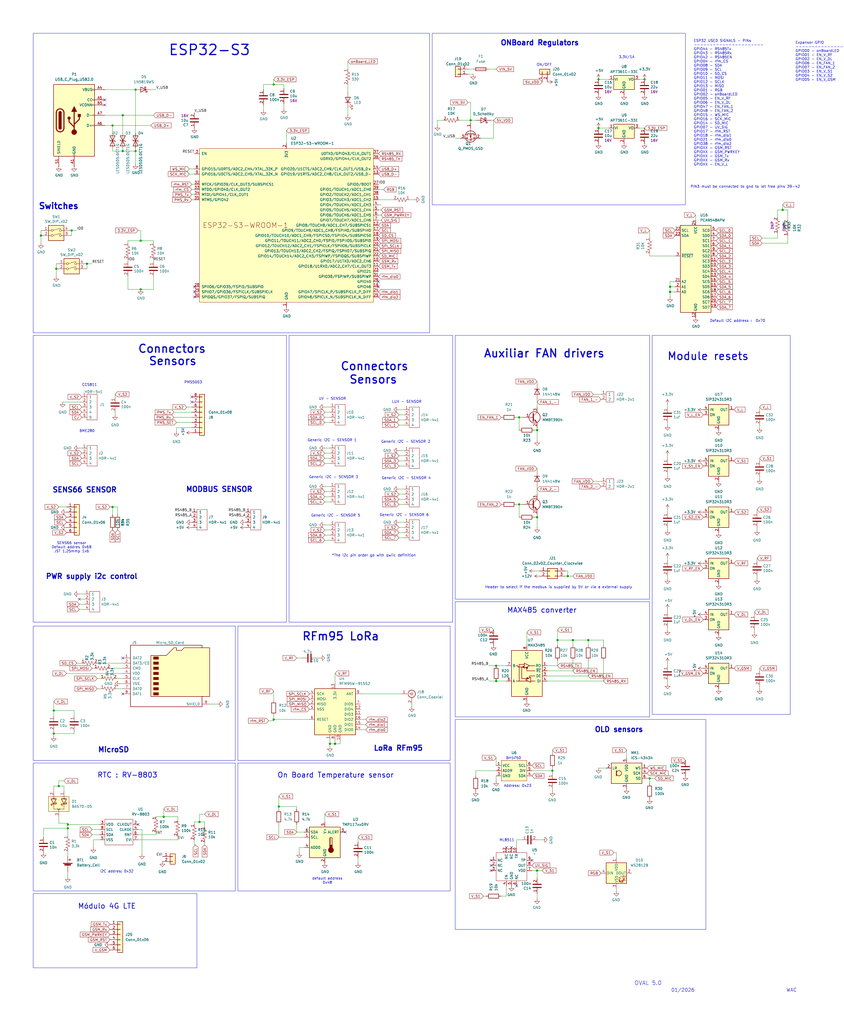
<source format=kicad_sch>
(kicad_sch (version 20250114) (generator "eeschema") (generator_version "9.0")
  (paper "User" 419.1 508)
  (rectangle (start 118.11 310.515) (end 223.52 377.19))
  (rectangle (start 323.85 166.37) (end 392.43 354.33))
  (rectangle (start 214.63 16.51) (end 340.36 101.6))
  (rectangle (start 16.51 310.515) (end 116.84 377.19))
  (rectangle (start 16.51 166.37) (end 142.24 308.61))
  (rectangle (start 16.51 378.46) (end 116.84 441.96))
  (rectangle (start 226.06 298.45) (end 322.58 355.6))
  (rectangle (start 226.06 356.87) (end 350.52 461.01))
  (rectangle (start 143.51 166.37) (end 224.79 308.61))
  (rectangle (start 226.06 166.37) (end 322.58 297.18))
  (rectangle (start 16.51 443.23) (end 97.79 480.06))
  (rectangle (start 16.51 16.51) (end 213.36 165.1))
  (rectangle (start 118.11 378.46) (end 223.52 441.96))
  (text "Address: 0x23" (at 257.048 389.89 0) (effects (font (size 1.27 1.27))))
  (text "Header to select if the modbus is supplied by 5V or via a external supply\n" (at 277.368 291.338 0) (effects (font (size 1.27 1.27))))
  (text "Generic I2C - SENSOR 6" (at 188.468 256.286 0) (effects (font (size 1.27 1.27)) (justify left bottom)))
  (text "ESP32 USED SIGNALS - PINs\n----------------------\nGPIO44 - RS485Tx\nGPIO43 - RS485Rx\nGPIO42 - RS485EN\nGPIO04 - rfm_CS\nGPIO08 - SDA\nGPIO09 - SCL\nGPIO10 - SD_CS\nGPIO11 - MOSI\nGPIO12 - SCLK\nGPIO13 - MISO\nGPIO01 - RGB\nGPIO02 - onBoardLED\nGPIO05 - EN_V_RF\nGPIO06 - EN_V_DL\nGPIO47 - EN_FAN_1\nGPIO48 - EN_FAN_2\nGPIO15 - WS_MIC\nGPIO16 - SCK_MIC\nGPIO14 - SD_MIC\nGPIO07 - UV_SIG\nGPIO17 - rfm_RST\nGPIO18 - rfm_dio1\nGPIO21 - rfm_dio0\nGPIO38 - rfm_dio2\nGPIOXX - GSM_RST\nGPIOXX - GSM_PWRKEY\nGPIOXX - GSM_Tx\nGPIOXX - GSM_Rx\nGPIOXX - EN_V_L\n\n" (at 344.424 52.07 0) (effects (font (size 1.27 1.27)) (justify left)))
  (text "Generic I2C - SENSOR 1" (at 152.654 219.202 0) (effects (font (size 1.27 1.27)) (justify left bottom)))
  (text "On Board Temperature sensor" (at 137.668 386.08 0) (effects (font (size 2.54 2.54) (thickness 0.3175)) (justify left bottom)))
  (text "ESP32-S3" (at 83.566 27.94 0) (effects (font (size 5.08 5.08) (thickness 0.5994) (bold yes)) (justify left bottom)))
  (text "UV - SENSOR" (at 158.242 198.628 0) (effects (font (size 1.27 1.27)) (justify left bottom)))
  (text "MODBUS SENSOR" (at 92.202 244.348 0) (effects (font (size 2.54 2.54) (thickness 0.508) (bold yes)) (justify left bottom)))
  (text "PWR supply i2c control" (at 22.606 287.528 0) (effects (font (size 2.54 2.54) (thickness 0.508) (bold yes)) (justify left bottom)))
  (text "MicroSD" (at 48.514 373.507 0) (effects (font (size 2.54 2.54) (thickness 0.508) (bold yes)) (justify left bottom)))
  (text "Generic I2C - SENSOR 4" (at 189.484 237.998 0) (effects (font (size 1.27 1.27)) (justify left bottom)))
  (text "ON/OFF" (at 270.256 32.258 0) (effects (font (size 1.27 1.27))))
  (text "Generic I2C - SENSOR 5" (at 154.432 256.54 0) (effects (font (size 1.27 1.27)) (justify left bottom)))
  (text "WAC" (at 390.398 492.252 0) (effects (font (size 1.7018 1.7018)) (justify left bottom)))
  (text "Module resets" (at 331.216 179.07 0) (effects (font (size 3.81 3.81) (thickness 0.508) (bold yes)) (justify left bottom)))
  (text "Generic I2C - SENSOR 2\n" (at 189.23 219.964 0) (effects (font (size 1.27 1.27)) (justify left bottom)))
  (text "PMS5003" (at 91.44 190.5 0) (effects (font (size 1.27 1.27)) (justify left bottom)))
  (text "Switches" (at 19.05 104.14 0) (effects (font (size 2.9972 2.9972) (thickness 0.5994) (bold yes)) (justify left bottom)))
  (text "OVAL 5.0" (at 314.96 488.95 0) (effects (font (size 2.0066 2.0066)) (justify left bottom)))
  (text "ONBoard Regulators" (at 248.412 22.86 0) (effects (font (size 2.54 2.54) (thickness 0.508) (bold yes)) (justify left bottom)))
  (text "Expansor GPIO\n-------------------\nGPIO00 - onBoardLED\nGPIO01 - EN_V_RF\nGPIO02 - EN_V_DL\nGPIO06 - EN_FAN_1\nGPIO07 - EN_FAN_2\nGPIO03 - EN_V_S1\nGPIO04 - EN_V_S2\nGPIO05 - EN_V_GSM\n" (at 394.97 30.48 0) (effects (font (size 1.27 1.27)) (justify left)))
  (text "SENS66 SENSOR" (at 25.908 244.602 0) (effects (font (size 2.54 2.54) (thickness 0.508) (bold yes)) (justify left bottom)))
  (text "BH1750" (at 255.016 376.174 0) (effects (font (size 1.27 1.27))))
  (text "OLD sensors\n" (at 295.148 363.474 0) (effects (font (size 2.54 2.54) (thickness 0.508) (bold yes)) (justify left bottom)))
  (text "01/2026" (at 333.248 492.252 0) (effects (font (size 1.7018 1.7018)) (justify left bottom)))
  (text "LoRa RFm95" (at 185.42 372.745 0) (effects (font (size 2.54 2.54) (thickness 0.508) (bold yes)) (justify left bottom)))
  (text "Sensors" (at 73.66 181.61 0) (effects (font (size 4 4) (thickness 0.5994) (bold yes)) (justify left bottom)))
  (text "*The i2c pin order go with qwiic definition" (at 185.674 275.59 0) (effects (font (size 1.27 1.27))))
  (text "LUX - SENSOR" (at 194.564 200.152 0) (effects (font (size 1.27 1.27)) (justify left bottom)))
  (text "Connectors" (at 168.91 184.15 0) (effects (font (size 4 4) (thickness 0.5994) (bold yes)) (justify left bottom)))
  (text "ML8511" (at 251.714 416.814 0) (effects (font (size 1.27 1.27))))
  (text "Default I2C address :  0x20" (at 537.21 61.976 0) (effects (font (size 1.27 1.27))))
  (text "SENS66 sensor\nDefault addres 0x6B\nJST 1.25mmp 1x6" (at 35.56 271.526 0) (effects (font (size 1.27 1.27))))
  (text "Sensors" (at 173.228 190.754 0) (effects (font (size 4 4) (thickness 0.5994) (bold yes)) (justify left bottom)))
  (text "PIN3 must be connected to gnd to let free pins 39-42\n" (at 370.078 92.71 0) (effects (font (size 1.27 1.27))))
  (text "Generic I2C - SENSOR 3\n" (at 153.416 237.49 0) (effects (font (size 1.27 1.27)) (justify left bottom)))
  (text "Connectors" (at 68.326 175.514 0) (effects (font (size 4 4) (thickness 0.5994) (bold yes)) (justify left bottom)))
  (text "BME280" (at 39.37 214.63 0) (effects (font (size 1.27 1.27)) (justify left bottom)))
  (text "Default I2C address :  0x70" (at 366.268 159.258 0) (effects (font (size 1.27 1.27))))
  (text "RTC : RV-8803" (at 48.26 386.08 0) (effects (font (size 2.54 2.54) (thickness 0.3175)) (justify left bottom)))
  (text "CCS811" (at 40.64 191.77 0) (effects (font (size 1.27 1.27)) (justify left bottom)))
  (text "Auxiliar FAN drivers" (at 240.03 177.8 0) (effects (font (size 4 4) (thickness 0.5994) (bold yes)) (justify left bottom)))
  (text "Módulo 4G LTE" (at 38.608 451.104 0) (effects (font (size 2.54 2.54) (thickness 0.3175)) (justify left bottom)))
  (text "3.3V/1A" (at 311.15 28.448 0) (effects (font (size 1.27 1.27))))
  (text "I2C addres: 0x32" (at 49.53 433.07 0) (effects (font (size 1.27 1.27)) (justify left bottom)))
  (text "MAX485 converter" (at 251.714 304.292 0) (effects (font (size 2.54 2.54) (thickness 0.3175)) (justify left bottom)))
  (text "RFm95 LoRa\n" (at 149.86 318.135 0) (effects (font (size 4 4) (thickness 0.5994) (bold yes)) (justify left bottom)))
  (text "default address\n0x48" (at 162.56 436.88 0) (effects (font (size 1.27 1.27))))
  (junction (at 60.96 74.93))
  (junction (at 33.655 410.845))
  (junction (at 166.37 368.935))
  (junction (at 33.655 408.94))
  (junction (at 274.32 382.27))
  (junction (at 292.1 317.5))
  (junction (at 297.18 63.5))
  (junction (at 20.32 116.84))
  (junction (at 284.48 317.5))
  (junction (at 246.38 337.82))
  (junction (at 67.31 44.45))
  (junction (at 135.89 356.87))
  (junction (at 55.88 251.46))
  (junction (at 163.83 368.935))
  (junction (at 320.04 39.37))
  (junction (at 26.67 352.425))
  (junction (at 81.28 405.13))
  (junction (at 67.31 74.93))
  (junction (at 257.81 250.19))
  (junction (at 519.43 44.45))
  (junction (at 69.85 143.51))
  (junction (at 257.81 207.01))
  (junction (at 233.68 59.69))
  (junction (at 43.18 130.81))
  (junction (at 266.7 213.36))
  (junction (at 135.89 41.91))
  (junction (at 35.56 114.3))
  (junction (at 69.85 119.38))
  (junction (at 388.62 104.14))
  (junction (at 246.38 330.2))
  (junction (at 26.67 363.855))
  (junction (at 276.86 317.5))
  (junction (at 29.21 389.89))
  (junction (at 281.94 285.75))
  (junction (at 99.06 407.67))
  (junction (at 266.7 256.54))
  (junction (at 506.73 2.54))
  (junction (at 27.94 133.35))
  (junction (at 138.43 400.05))
  (junction (at 332.74 142.24))
  (junction (at 297.18 39.37))
  (junction (at 519.43 46.99))
  (junction (at 482.6 2.54))
  (junction (at 60.96 57.15))
  (junction (at 332.74 144.78))
  (junction (at 322.58 386.08))
  (junction (at 55.88 62.23))
  (junction (at 266.7 431.8))
  (no_connect (at 39.37 297.18))
  (no_connect (at 251.46 420.37))
  (no_connect (at 52.07 49.53))
  (no_connect (at 187.96 139.7))
  (no_connect (at 95.25 199.39))
  (no_connect (at 60.96 344.17))
  (no_connect (at 96.52 144.78))
  (no_connect (at 68.58 408.94))
  (no_connect (at 256.54 439.42))
  (no_connect (at 243.84 429.26))
  (no_connect (at 96.52 142.24))
  (no_connect (at 52.07 52.07))
  (no_connect (at 95.25 196.85))
  (no_connect (at 187.96 142.24))
  (no_connect (at 254 420.37))
  (no_connect (at 243.84 431.8))
  (no_connect (at 264.16 426.72))
  (no_connect (at 243.84 426.72))
  (no_connect (at 60.96 326.39))
  (no_connect (at 96.52 147.32))
  (no_connect (at 171.45 412.75))
  (wire (pts (xy 138.43 401.32) (xy 138.43 400.05)))
  (wire (pts (xy 205.74 99.06) (xy 203.2 99.06)))
  (wire (pts (xy 77.47 405.13) (xy 81.28 405.13)))
  (wire (pts (xy 299.72 317.5) (xy 292.1 317.5)))
  (wire (pts (xy 519.43 46.99) (xy 524.51 46.99)))
  (wire (pts (xy 189.23 109.22) (xy 187.96 109.22)))
  (wire (pts (xy 519.43 44.45) (xy 524.51 44.45)))
  (wire (pts (xy 257.81 207.01) (xy 259.08 207.01)))
  (wire (pts (xy 172.72 34.29) (xy 172.72 30.48)))
  (wire (pts (xy 302.26 63.5) (xy 297.18 63.5)))
  (wire (pts (xy 242.57 330.2) (xy 246.38 330.2)))
  (wire (pts (xy 163.83 265.43) (xy 161.29 265.43)))
  (wire (pts (xy 135.89 342.9) (xy 135.89 347.345)))
  (wire (pts (xy 198.12 245.11) (xy 200.66 245.11)))
  (wire (pts (xy 233.68 59.69) (xy 233.68 60.96)))
  (wire (pts (xy 281.94 285.75) (xy 284.48 285.75)))
  (wire (pts (xy 386.08 107.95) (xy 386.08 104.14)))
  (wire (pts (xy 266.7 218.44) (xy 266.7 213.36)))
  (wire (pts (xy 281.94 283.21) (xy 281.94 285.75)))
  (wire (pts (xy 99.06 407.67) (xy 101.6 407.67)))
  (wire (pts (xy 257.81 207.01) (xy 257.81 213.36)))
  (wire (pts (xy 87.63 212.09) (xy 95.25 212.09)))
  (wire (pts (xy 189.23 104.14) (xy 187.96 104.14)))
  (wire (pts (xy 266.7 189.23) (xy 266.7 190.5)))
  (wire (pts (xy 292.1 317.5) (xy 292.1 320.04)))
  (wire (pts (xy 60.96 73.66) (xy 60.96 74.93)))
  (wire (pts (xy 76.2 119.38) (xy 69.85 119.38)))
  (wire (pts (xy 29.21 251.46) (xy 33.02 251.46)))
  (wire (pts (xy 33.655 408.94) (xy 49.53 408.94)))
  (wire (pts (xy 332.74 142.24) (xy 335.28 142.24)))
  (wire (pts (xy 33.655 410.845) (xy 33.655 414.655)))
  (wire (pts (xy 68.58 411.48) (xy 70.485 411.48)))
  (wire (pts (xy 245.11 59.69) (xy 243.84 59.69)))
  (wire (pts (xy 299.72 320.04) (xy 299.72 317.5)))
  (wire (pts (xy 266.7 435.61) (xy 266.7 431.8)))
  (wire (pts (xy 138.43 415.29) (xy 151.13 415.29)))
  (wire (pts (xy 331.47 226.06) (xy 331.47 227.33)))
  (wire (pts (xy 391.16 120.65) (xy 378.46 120.65)))
  (wire (pts (xy 377.19 236.22) (xy 377.19 237.49)))
  (wire (pts (xy 163.83 227.33) (xy 161.29 227.33)))
  (wire (pts (xy 172.72 53.34) (xy 172.72 57.15)))
  (wire (pts (xy 331.47 328.93) (xy 331.47 330.2)))
  (wire (pts (xy 161.29 403.86) (xy 161.29 407.67)))
  (wire (pts (xy 256.54 416.56) (xy 256.54 420.37)))
  (wire (pts (xy 332.74 144.78) (xy 335.28 144.78)))
  (wire (pts (xy 198.12 205.74) (xy 200.66 205.74)))
  (wire (pts (xy 269.24 431.8) (xy 266.7 431.8)))
  (wire (pts (xy 163.83 368.935) (xy 166.37 368.935)))
  (wire (pts (xy 46.355 416.56) (xy 49.53 416.56)))
  (wire (pts (xy 55.88 73.66) (xy 55.88 74.93)))
  (wire (pts (xy 96.52 407.67) (xy 99.06 407.67)))
  (wire (pts (xy 92.71 201.93) (xy 95.25 201.93)))
  (wire (pts (xy 76.2 129.54) (xy 76.2 128.27)))
  (wire (pts (xy 179.07 359.41) (xy 181.61 359.41)))
  (wire (pts (xy 101.6 407.67) (xy 101.6 410.21)))
  (wire (pts (xy 45.72 411.48) (xy 49.53 411.48)))
  (wire (pts (xy 87.63 213.995) (xy 87.63 212.09)))
  (wire (pts (xy 248.92 444.5) (xy 251.46 444.5)))
  (wire (pts (xy 524.51 41.91) (xy 519.43 41.91)))
  (wire (pts (xy 101.6 417.83) (xy 101.6 419.1)))
  (wire (pts (xy 33.655 424.815) (xy 33.655 422.275)))
  (wire (pts (xy 45.72 414.02) (xy 49.53 414.02)))
  (wire (pts (xy 486.41 5.08) (xy 486.41 2.54)))
  (wire (pts (xy 271.78 337.82) (xy 299.72 337.82)))
  (wire (pts (xy 311.15 372.11) (xy 311.15 375.92)))
  (wire (pts (xy 331.47 276.86) (xy 331.47 278.13)))
  (wire (pts (xy 163.83 201.93) (xy 161.29 201.93)))
  (wire (pts (xy 189.23 101.6) (xy 187.96 101.6)))
  (wire (pts (xy 26.67 363.855) (xy 36.83 363.855)))
  (wire (pts (xy 386.08 104.14) (xy 388.62 104.14)))
  (wire (pts (xy 161.29 262.89) (xy 163.83 262.89)))
  (wire (pts (xy 140.97 51.435) (xy 140.97 53.975)))
  (wire (pts (xy 266.7 198.12) (xy 266.7 201.93)))
  (wire (pts (xy 280.67 283.21) (xy 281.94 283.21)))
  (wire (pts (xy 163.83 241.3) (xy 161.29 241.3)))
  (wire (pts (xy 236.22 59.69) (xy 233.68 59.69)))
  (wire (pts (xy 331.47 252.73) (xy 331.47 254)))
  (wire (pts (xy 41.91 294.64) (xy 39.37 294.64)))
  (wire (pts (xy 246.38 330.2) (xy 251.46 330.2)))
  (wire (pts (xy 48.26 328.93) (xy 60.96 328.93)))
  (wire (pts (xy 274.32 392.43) (xy 274.32 391.16)))
  (wire (pts (xy 476.25 2.54) (xy 476.25 5.08)))
  (wire (pts (xy 271.78 335.28) (xy 292.1 335.28)))
  (wire (pts (xy 226.06 68.58) (xy 228.6 68.58)))
  (wire (pts (xy 26.67 363.855) (xy 26.67 365.125)))
  (wire (pts (xy 41.91 302.26) (xy 39.37 302.26)))
  (wire (pts (xy 274.32 382.27) (xy 274.32 381)))
  (wire (pts (xy 31.115 199.39) (xy 40.64 199.39)))
  (wire (pts (xy 45.72 331.47) (xy 46.99 331.47)))
  (wire (pts (xy 200.66 210.82) (xy 198.12 210.82)))
  (wire (pts (xy 374.65 312.42) (xy 374.65 313.69)))
  (wire (pts (xy 332.74 139.7) (xy 332.74 142.24)))
  (wire (pts (xy 518.16 46.99) (xy 519.43 46.99)))
  (wire (pts (xy 133.35 357.505) (xy 135.89 357.505)))
  (wire (pts (xy 54.61 331.47) (xy 60.96 331.47)))
  (wire (pts (xy 377.19 227.33) (xy 377.19 228.6)))
  (wire (pts (xy 55.88 62.23) (xy 55.88 66.04)))
  (wire (pts (xy 166.37 334.01) (xy 166.37 339.09)))
  (wire (pts (xy 52.07 44.45) (xy 67.31 44.45)))
  (wire (pts (xy 33.655 434.975) (xy 33.655 432.435)))
  (wire (pts (xy 331.47 234.95) (xy 331.47 236.22)))
  (wire (pts (xy 86.36 204.47) (xy 95.25 204.47)))
  (wire (pts (xy 509.27 2.54) (xy 506.73 2.54)))
  (wire (pts (xy 163.83 229.87) (xy 161.29 229.87)))
  (wire (pts (xy 151.13 420.37) (xy 148.59 420.37)))
  (wire (pts (xy 88.265 416.56) (xy 88.265 414.655)))
  (wire (pts (xy 179.07 356.87) (xy 181.61 356.87)))
  (wire (pts (xy 96.52 408.94) (xy 96.52 407.67)))
  (wire (pts (xy 331.47 285.75) (xy 331.47 287.02)))
  (wire (pts (xy 163.83 246.38) (xy 161.29 246.38)))
  (wire (pts (xy 77.47 44.45) (xy 74.93 44.45)))
  (wire (pts (xy 35.56 114.3) (xy 38.1 114.3)))
  (wire (pts (xy 147.32 326.39) (xy 149.86 326.39)))
  (wire (pts (xy 179.07 344.17) (xy 199.39 344.17)))
  (wire (pts (xy 264.16 382.27) (xy 274.32 382.27)))
  (wire (pts (xy 60.96 74.93) (xy 67.31 74.93)))
  (wire (pts (xy 331.47 200.66) (xy 331.47 201.93)))
  (wire (pts (xy 322.58 127) (xy 335.28 127)))
  (wire (pts (xy 161.29 243.84) (xy 163.83 243.84)))
  (wire (pts (xy 271.78 332.74) (xy 284.48 332.74)))
  (wire (pts (xy 257.81 250.19) (xy 257.81 256.54)))
  (wire (pts (xy 95.25 99.06) (xy 96.52 99.06)))
  (wire (pts (xy 43.18 130.81) (xy 45.72 130.81)))
  (wire (pts (xy 280.67 285.75) (xy 281.94 285.75)))
  (wire (pts (xy 55.88 62.23) (xy 74.93 62.23)))
  (wire (pts (xy 377.19 331.47) (xy 377.19 332.74)))
  (wire (pts (xy 345.44 106.68) (xy 345.44 109.22)))
  (wire (pts (xy 261.62 320.04) (xy 261.62 313.69)))
  (wire (pts (xy 39.37 297.18) (xy 41.91 297.18)))
  (wire (pts (xy 251.46 444.5) (xy 251.46 439.42)))
  (wire (pts (xy 302.26 39.37) (xy 297.18 39.37)))
  (wire (pts (xy 48.26 341.63) (xy 50.165 341.63)))
  (wire (pts (xy 163.83 260.35) (xy 161.29 260.35)))
  (wire (pts (xy 157.48 326.39) (xy 158.75 326.39)))
  (wire (pts (xy 377.19 210.82) (xy 377.19 212.09)))
  (wire (pts (xy 69.85 114.3) (xy 69.85 119.38)))
  (wire (pts (xy 63.5 143.51) (xy 69.85 143.51)))
  (wire (pts (xy 55.88 251.46) (xy 55.88 255.27)))
  (wire (pts (xy 70.485 411.48) (xy 70.485 423.545)))
  (wire (pts (xy 163.83 209.55) (xy 161.29 209.55)))
  (wire (pts (xy 76.2 120.65) (xy 76.2 119.38)))
  (wire (pts (xy 31.75 387.35) (xy 29.21 387.35)))
  (wire (pts (xy 26.67 389.89) (xy 26.67 392.43)))
  (wire (pts (xy 256.54 207.01) (xy 257.81 207.01)))
  (wire (pts (xy 95.25 93.98) (xy 96.52 93.98)))
  (wire (pts (xy 232.41 50.8) (xy 233.68 50.8)))
  (wire (pts (xy 331.47 311.15) (xy 331.47 312.42)))
  (wire (pts (xy 284.48 332.74) (xy 284.48 327.66)))
  (wire (pts (xy 135.89 356.87) (xy 135.89 354.965)))
  (wire (pts (xy 177.8 425.45) (xy 177.8 427.99)))
  (wire (pts (xy 240.03 444.5) (xy 241.3 444.5)))
  (wire (pts (xy 198.12 226.06) (xy 200.66 226.06)))
  (wire (pts (xy 54.61 251.46) (xy 55.88 251.46)))
  (wire (pts (xy 163.83 207.01) (xy 161.29 207.01)))
  (wire (pts (xy 86.36 207.01) (xy 95.25 207.01)))
  (wire (pts (xy 299.72 337.82) (xy 299.72 327.66)))
  (wire (pts (xy 52.07 62.23) (xy 55.88 62.23)))
  (wire (pts (xy 217.17 62.23) (xy 217.17 59.69)))
  (wire (pts (xy 509.27 2.54) (xy 509.27 7.62)))
  (wire (pts (xy 29.21 389.89) (xy 31.75 389.89)))
  (wire (pts (xy 135.89 41.91) (xy 140.97 41.91)))
  (wire (pts (xy 77.47 414.02) (xy 68.58 414.02)))
  (wire (pts (xy 57.15 204.47) (xy 57.15 205.74)))
  (wire (pts (xy 518.16 49.53) (xy 518.16 46.99)))
  (wire (pts (xy 26.67 352.425) (xy 26.67 354.965)))
  (wire (pts (xy 163.83 222.25) (xy 161.29 222.25)))
  (wire (pts (xy 374.65 303.53) (xy 374.65 304.8)))
  (wire (pts (xy 233.68 50.8) (xy 233.68 59.69)))
  (wire (pts (xy 168.91 367.03) (xy 168.91 368.935)))
  (wire (pts (xy 388.62 101.6) (xy 388.62 104.14)))
  (wire (pts (xy 60.96 336.55) (xy 57.785 336.55)))
  (wire (pts (xy 135.89 356.87) (xy 135.89 357.505)))
  (wire (pts (xy 294.64 195.58) (xy 298.45 195.58)))
  (wire (pts (xy 375.92 285.75) (xy 375.92 287.02)))
  (wire (pts (xy 161.29 224.79) (xy 163.83 224.79)))
  (wire (pts (xy 36.83 354.965) (xy 36.83 352.425)))
  (wire (pts (xy 63.5 129.54) (xy 63.5 128.27)))
  (polyline (pts (xy 319.913 466.852) (xy 319.913 466.852)))
  (wire (pts (xy 177.8 415.29) (xy 177.8 417.83)))
  (wire (pts (xy 163.83 368.935) (xy 163.83 370.205)))
  (wire (pts (xy 163.83 367.03) (xy 163.83 368.935)))
  (wire (pts (xy 147.32 412.75) (xy 151.13 412.75)))
  (wire (pts (xy 46.355 420.37) (xy 46.355 416.56)))
  (wire (pts (xy 391.16 116.84) (xy 391.16 120.65)))
  (wire (pts (xy 482.6 2.54) (xy 476.25 2.54)))
  (wire (pts (xy 297.18 381) (xy 300.99 381)))
  (wire (pts (xy 99.06 403.86) (xy 99.06 407.67)))
  (wire (pts (xy 200.66 208.28) (xy 198.12 208.28)))
  (wire (pts (xy 130.81 44.45) (xy 130.81 41.91)))
  (wire (pts (xy 59.69 339.09) (xy 60.96 339.09)))
  (wire (pts (xy 26.67 389.89) (xy 29.21 389.89)))
  (wire (pts (xy 246.38 337.82) (xy 251.46 337.82)))
  (wire (pts (xy 292.1 335.28) (xy 292.1 327.66)))
  (wire (pts (xy 21.59 410.845) (xy 21.59 415.29)))
  (wire (pts (xy 476.25 12.7) (xy 476.25 15.24)))
  (wire (pts (xy 20.32 116.84) (xy 20.32 120.65)))
  (wire (pts (xy 97.155 419.1) (xy 96.52 419.1)))
  (wire (pts (xy 166.37 368.935) (xy 168.91 368.935)))
  (wire (pts (xy 40.64 222.25) (xy 39.37 222.25)))
  (wire (pts (xy 81.28 401.32) (xy 81.28 405.13)))
  (wire (pts (xy 88.265 405.13) (xy 81.28 405.13)))
  (wire (pts (xy 33.655 410.845) (xy 21.59 410.845)))
  (wire (pts (xy 519.43 41.91) (xy 519.43 44.45)))
  (wire (pts (xy 200.66 250.19) (xy 198.12 250.19)))
  (wire (pts (xy 200.66 223.52) (xy 198.12 223.52)))
  (wire (pts (xy 172.72 45.72) (xy 172.72 41.91)))
  (wire (pts (xy 43.18 130.81) (xy 43.18 133.35)))
  (wire (pts (xy 26.67 352.425) (xy 36.83 352.425)))
  (wire (pts (xy 200.66 266.7) (xy 198.12 266.7)))
  (wire (pts (xy 31.75 392.43) (xy 31.75 389.89)))
  (wire (pts (xy 256.54 250.19) (xy 257.81 250.19)))
  (wire (pts (xy 33.655 408.94) (xy 33.655 410.845)))
  (wire (pts (xy 306.07 441.96) (xy 306.07 440.69)))
  (wire (pts (xy 519.43 44.45) (xy 519.43 46.99)))
  (wire (pts (xy 96.52 419.1) (xy 96.52 416.56)))
  (wire (pts (xy 276.86 317.5) (xy 276.86 320.04)))
  (wire (pts (xy 377.19 201.93) (xy 377.19 203.2)))
  (wire (pts (xy 232.41 34.29) (xy 234.95 34.29)))
  (wire (pts (xy 36.83 362.585) (xy 36.83 363.855)))
  (wire (pts (xy 486.41 2.54) (xy 482.6 2.54)))
  (wire (pts (xy 322.58 114.3) (xy 322.58 118.11)))
  (wire (pts (xy 20.32 114.3) (xy 20.32 116.84)))
  (wire (pts (xy 101.6 403.86) (xy 99.06 403.86)))
  (wire (pts (xy 190.5 93.98) (xy 187.96 93.98)))
  (wire (pts (xy 87.63 209.55) (xy 95.25 209.55)))
  (wire (pts (xy 58.42 255.27) (xy 58.42 251.46)))
  (wire (pts (xy 233.68 59.69) (xy 227.965 59.69)))
  (wire (pts (xy 246.38 382.27) (xy 236.22 382.27)))
  (wire (pts (xy 304.8 422.91) (xy 306.07 422.91)))
  (wire (pts (xy 331.47 302.26) (xy 331.47 303.53)))
  (wire (pts (xy 217.17 59.69) (xy 220.345 59.69)))
  (wire (pts (xy 166.37 367.03) (xy 166.37 368.935)))
  (wire (pts (xy 130.81 52.07) (xy 130.81 54.61)))
  (wire (pts (xy 266.7 256.54) (xy 266.7 255.27)))
  (wire (pts (xy 200.66 242.57) (xy 198.12 242.57)))
  (wire (pts (xy 266.7 431.8) (xy 264.16 431.8)))
  (wire (pts (xy 200.66 228.6) (xy 198.12 228.6)))
  (wire (pts (xy 245.11 68.58) (xy 245.11 59.69)))
  (wire (pts (xy 138.43 408.94) (xy 138.43 415.29)))
  (wire (pts (xy 246.38 375.92) (xy 246.38 379.73)))
  (wire (pts (xy 242.57 34.29) (xy 246.38 34.29)))
  (wire (pts (xy 57.15 195.58) (xy 57.15 196.85)))
  (wire (pts (xy 200.66 247.65) (xy 198.12 247.65)))
  (wire (pts (xy 200.66 259.08) (xy 198.12 259.08)))
  (wire (pts (xy 107.95 349.25) (xy 104.14 349.25)))
  (wire (pts (xy 26.67 362.585) (xy 26.67 363.855)))
  (wire (pts (xy 93.98 83.82) (xy 96.52 83.82)))
  (wire (pts (xy 482.6 -1.27) (xy 482.6 2.54)))
  (wire (pts (xy 204.47 349.25) (xy 204.47 350.52)))
  (wire (pts (xy 294.64 238.76) (xy 298.45 238.76)))
  (wire (pts (xy 238.76 68.58) (xy 245.11 68.58)))
  (wire (pts (xy 236.22 382.27) (xy 236.22 384.81)))
  (wire (pts (xy 48.26 336.55) (xy 50.165 336.55)))
  (wire (pts (xy 265.43 213.36) (xy 266.7 213.36)))
  (wire (pts (xy 93.98 86.36) (xy 96.52 86.36)))
  (wire (pts (xy 27.94 137.16) (xy 27.94 133.35)))
  (wire (pts (xy 246.38 387.35) (xy 246.38 384.81)))
  (wire (pts (xy 331.47 261.62) (xy 331.47 262.89)))
  (wire (pts (xy 200.66 264.16) (xy 198.12 264.16)))
  (wire (pts (xy 335.28 139.7) (xy 332.74 139.7)))
  (wire (pts (xy 509.27 15.24) (xy 509.27 16.51)))
  (wire (pts (xy 69.85 143.51) (xy 76.2 143.51)))
  (wire (pts (xy 67.31 74.93) (xy 67.31 81.28)))
  (wire (pts (xy 67.31 44.45) (xy 67.31 66.04)))
  (wire (pts (xy 135.89 41.91) (xy 135.89 39.37)))
  (wire (pts (xy 33.02 334.01) (xy 60.96 334.01)))
  (wire (pts (xy 68.58 114.3) (xy 69.85 114.3)))
  (wire (pts (xy 69.85 119.38) (xy 63.5 119.38)))
  (wire (pts (xy 269.24 416.56) (xy 266.7 416.56)))
  (wire (pts (xy 63.5 137.16) (xy 63.5 143.51)))
  (wire (pts (xy 266.7 213.36) (xy 266.7 212.09)))
  (wire (pts (xy 95.25 91.44) (xy 96.52 91.44)))
  (wire (pts (xy 29.21 405.13) (xy 29.21 408.305)))
  (wire (pts (xy 306.07 422.91) (xy 306.07 425.45)))
  (wire (pts (xy 259.08 416.56) (xy 256.54 416.56)))
  (wire (pts (xy 266.7 261.62) (xy 266.7 256.54)))
  (wire (pts (xy 391.16 104.14) (xy 388.62 104.14)))
  (wire (pts (xy 276.86 317.5) (xy 284.48 317.5)))
  (wire (pts (xy 26.67 347.98) (xy 26.67 352.425)))
  (wire (pts (xy 35.56 114.3) (xy 35.56 116.84)))
  (wire (pts (xy 163.83 248.92) (xy 161.29 248.92)))
  (wire (pts (xy 266.7 241.3) (xy 266.7 245.11)))
  (polyline (pts (xy -9.525 328.295) (xy -9.525 328.295)))
  (wire (pts (xy 38.1 328.93) (xy 40.64 328.93)))
  (wire (pts (xy 377.19 340.36) (xy 377.19 341.63)))
  (wire (pts (xy 242.57 337.82) (xy 246.38 337.82)))
  (wire (pts (xy 68.58 416.56) (xy 88.265 416.56)))
  (wire (pts (xy 391.16 104.14) (xy 391.16 109.22)))
  (wire (pts (xy 200.66 231.14) (xy 198.12 231.14)))
  (wire (pts (xy 58.42 251.46) (xy 55.88 251.46)))
  (wire (pts (xy 317.5 39.37) (xy 320.04 39.37)))
  (wire (pts (xy 189.23 106.68) (xy 187.96 106.68)))
  (wire (pts (xy 147.32 400.05) (xy 147.32 401.32)))
  (wire (pts (xy 332.74 142.24) (xy 332.74 144.78)))
  (wire (pts (xy 60.96 57.15) (xy 76.2 57.15)))
  (wire (pts (xy 55.88 74.93) (xy 60.96 74.93)))
  (wire (pts (xy 284.48 317.5) (xy 292.1 317.5)))
  (wire (pts (xy 33.655 408.94) (xy 33.655 408.305)))
  (wire (pts (xy 179.07 361.95) (xy 181.61 361.95)))
  (wire (pts (xy 276.86 312.42) (xy 276.86 317.5)))
  (wire (pts (xy 284.48 317.5) (xy 284.48 320.04)))
  (wire (pts (xy 88.265 407.035) (xy 88.265 405.13)))
  (wire (pts (xy 322.58 388.62) (xy 322.58 386.08)))
  (wire (pts (xy 332.74 144.78) (xy 332.74 147.32)))
  (wire (pts (xy 325.12 386.08) (xy 322.58 386.08)))
  (wire (pts (xy 276.86 327.66) (xy 276.86 330.2)))
  (wire (pts (xy 200.66 203.2) (xy 198.12 203.2)))
  (wire (pts (xy 41.91 299.72) (xy 39.37 299.72)))
  (wire (pts (xy 386.08 115.57) (xy 386.08 118.11)))
  (wire (pts (xy 322.58 386.08) (xy 321.31 386.08)))
  (wire (pts (xy 67.31 73.66) (xy 67.31 74.93)))
  (wire (pts (xy 331.47 209.55) (xy 331.47 210.82)))
  (wire (pts (xy 375.92 252.73) (xy 375.92 254)))
  (wire (pts (xy 76.2 143.51) (xy 76.2 137.16)))
  (wire (pts (xy 161.29 204.47) (xy 163.83 204.47)))
  (wire (pts (xy 265.43 256.54) (xy 266.7 256.54)))
  (wire (pts (xy 266.7 445.77) (xy 266.7 443.23)))
  (wire (pts (xy 135.89 356.87) (xy 153.67 356.87)))
  (wire (pts (xy 77.47 412.75) (xy 77.47 414.02)))
  (wire (pts (xy 142.24 64.77) (xy 142.24 71.12)))
  (wire (pts (xy 265.43 283.21) (xy 267.97 283.21)))
  (wire (pts (xy 375.92 276.86) (xy 375.92 278.13)))
  (wire (pts (xy 504.19 6.35) (xy 504.19 2.54)))
  (wire (pts (xy 257.81 250.19) (xy 259.08 250.19)))
  (wire (pts (xy 198.12 261.62) (xy 200.66 261.62)))
  (wire (pts (xy 138.43 400.05) (xy 147.32 400.05)))
  (wire (pts (xy 386.08 118.11) (xy 378.46 118.11)))
  (wire (pts (xy 147.32 408.94) (xy 147.32 412.75)))
  (wire (pts (xy 29.21 408.305) (xy 33.655 408.305)))
  (wire (pts (xy 317.5 63.5) (xy 320.04 63.5)))
  (wire (pts (xy 29.21 387.35) (xy 29.21 389.89)))
  (wire (pts (xy 63.5 120.65) (xy 63.5 119.38)))
  (wire (pts (xy 331.47 337.82) (xy 331.47 339.09)))
  (wire (pts (xy 60.96 57.15) (xy 60.96 66.04)))
  (wire (pts (xy 52.07 57.15) (xy 60.96 57.15)))
  (wire (pts (xy 486.41 12.7) (xy 486.41 15.24)))
  (wire (pts (xy 130.81 41.91) (xy 135.89 41.91)))
  (wire (pts (xy 27.94 130.81) (xy 27.94 133.35)))
  (wire (pts (xy 140.97 41.91) (xy 140.97 43.815)))
  (wire (pts (xy 274.32 372.11) (xy 274.32 373.38)))
  (wire (pts (xy 95.25 96.52) (xy 96.52 96.52)))
  (wire (pts (xy 266.7 232.41) (xy 266.7 233.68)))
  (wire (pts (xy 148.59 420.37) (xy 148.59 422.91)))
  (wire (pts (xy 195.58 99.06) (xy 187.96 99.06)))
  (wire (pts (xy 504.19 13.97) (xy 504.19 15.24)))
  (wire (pts (xy 375.92 261.62) (xy 375.92 262.89)))
  (wire (pts (xy 271.78 330.2) (xy 276.86 330.2)))
  (wire (pts (xy 163.83 267.97) (xy 161.29 267.97)))
  (wire (pts (xy 322.58 125.73) (xy 322.58 127)))
  (wire (pts (xy 274.32 382.27) (xy 274.32 383.54)))
  (wire (pts (xy 232.41 36.83) (xy 234.95 36.83)))
  (wire (pts (xy 138.43 394.97) (xy 138.43 400.05)))
  (wire (pts (xy 504.19 2.54) (xy 506.73 2.54)))
  (wire (pts (xy 506.73 0) (xy 506.73 2.54)))
  (wire (pts (xy 57.785 341.63) (xy 60.96 341.63)))
  (label "INT" (at 77.47 414.02 0))
  (label "V_USB" (at 226.06 68.58 180))
  (label "RS485_B" (at 95.25 254 180))
  (label "IO0" (at 63.5 129.54 0))
  (label "RS485_A" (at 95.25 256.54 180))
  (label "RS485_A" (at 121.92 256.54 180))
  (label "RS485_B" (at 121.92 254 180))
  (label "RS485_B" (at 242.57 330.2 180))
  (label "RESET" (at 96.52 76.2 180))
  (label "V_USB" (at 77.47 44.45 0))
  (label "EVI" (at 80.645 424.815 180))
  (label "IO0" (at 187.96 91.44 0))
  (label "EVI" (at 88.265 416.56 0))
  (label "RESET" (at 76.2 129.54 0))
  (label "IO0" (at 38.1 114.3 0))
  (label "RESET" (at 45.72 130.81 0))
  (label "RS485_A" (at 242.57 337.82 180))
  (label "V_USB" (at 96.52 55.88 0))
  (global_label "USB_D-" (shape input) (at 187.96 86.36 0) (property "Intersheetrefs" "${INTERSHEET_REFS}" (effects (hide yes))))
  (global_label "SCL" (shape input) (at 138.43 415.29 180) (property "Intersheetrefs" "${INTERSHEET_REFS}" (effects (hide yes))))
  (global_label "SDA" (shape input) (at 378.46 120.65 180) (property "Intersheetrefs" "${INTERSHEET_REFS}" (effects (hide yes))))
  (global_label "V_S1" (shape input) (at 269.24 431.8 0) (property "Intersheetrefs" "${INTERSHEET_REFS}" (effects (hide yes))))
  (global_label "SDA_3" (shape input) (at 355.6 132.08 0) (property "Intersheetrefs" "${INTERSHEET_REFS}" (effects (hide yes))))
  (global_label "V_S2" (shape input) (at 40.64 224.79 180) (property "Intersheetrefs" "${INTERSHEET_REFS}" (effects (hide yes))))
  (global_label "V_S2" (shape input) (at 198.12 245.11 180) (property "Intersheetrefs" "${INTERSHEET_REFS}" (effects (hide yes))))
  (global_label "SD_MIC" (shape input) (at 187.96 127 0) (property "Intersheetrefs" "${INTERSHEET_REFS}" (effects (hide yes))))
  (global_label "SDA" (shape input) (at 524.51 8.89 180) (property "Intersheetrefs" "${INTERSHEET_REFS}" (effects (hide yes))))
  (global_label "V_S2" (shape input) (at 29.21 251.46 180) (property "Intersheetrefs" "${INTERSHEET_REFS}" (effects (hide yes))))
  (global_label "PMS_Rx" (shape input) (at 86.36 207.01 180) (property "Intersheetrefs" "${INTERSHEET_REFS}" (effects (hide yes))))
  (global_label "EN_FAN_2" (shape input) (at 248.92 250.19 180) (property "Intersheetrefs" "${INTERSHEET_REFS}" (effects (hide yes))))
  (global_label "V_DL" (shape input) (at 81.28 401.32 0) (property "Intersheetrefs" "${INTERSHEET_REFS}" (effects (hide yes))))
  (global_label "rfm_dio0" (shape input) (at 187.96 137.16 0) (property "Intersheetrefs" "${INTERSHEET_REFS}" (effects (hide yes))))
  (global_label "SCL" (shape input) (at 40.64 229.87 180) (property "Intersheetrefs" "${INTERSHEET_REFS}" (effects (hide yes))))
  (global_label "UV_SIG" (shape input) (at 264.16 429.26 0) (property "Intersheetrefs" "${INTERSHEET_REFS}" (effects (hide yes))))
  (global_label "SCK_MIC" (shape input) (at 321.31 383.54 0) (property "Intersheetrefs" "${INTERSHEET_REFS}" (effects (hide yes))))
  (global_label "SCL" (shape input) (at 39.37 302.26 180) (property "Intersheetrefs" "${INTERSHEET_REFS}" (effects (hide yes))))
  (global_label "SDA" (shape input) (at 335.28 116.84 180) (property "Intersheetrefs" "${INTERSHEET_REFS}" (effects (hide yes))))
  (global_label "V_S1" (shape input) (at 311.15 372.11 180) (property "Intersheetrefs" "${INTERSHEET_REFS}" (effects (hide yes))))
  (global_label "V_RF" (shape input) (at 135.89 342.9 180) (property "Intersheetrefs" "${INTERSHEET_REFS}" (effects (hide yes))))
  (global_label "SCL_4" (shape input) (at 161.29 248.92 180) (property "Intersheetrefs" "${INTERSHEET_REFS}" (effects (hide yes))))
  (global_label "SCL_2" (shape input) (at 161.29 229.87 180) (property "Intersheetrefs" "${INTERSHEET_REFS}" (effects (hide yes))))
  (global_label "SPI_SCLK" (shape input) (at 48.26 336.55 180) (property "Intersheetrefs" "${INTERSHEET_REFS}" (effects (hide yes))))
  (global_label "SDA_6" (shape input) (at 355.6 147.32 0) (property "Intersheetrefs" "${INTERSHEET_REFS}" (effects (hide yes))))
  (global_label "EN_FAN_2" (shape input) (at 549.91 24.13 0) (property "Intersheetrefs" "${INTERSHEET_REFS}" (effects (hide yes))))
  (global_label "SCL" (shape input) (at 45.72 411.48 180) (property "Intersheetrefs" "${INTERSHEET_REFS}" (effects (hide yes))))
  (global_label "5V_VDD" (shape input) (at 269.24 40.64 180) (property "Intersheetrefs" "${INTERSHEET_REFS}" (effects (hide yes))))
  (global_label "USB_D-" (shape input) (at 76.2 57.15 0) (property "Intersheetrefs" "${INTERSHEET_REFS}" (effects (hide yes))))
  (global_label "FAN_2_-" (shape input) (at 266.7 242.57 0) (property "Intersheetrefs" "${INTERSHEET_REFS}" (effects (hide yes))))
  (global_label "SPI_SCLK" (shape input) (at 187.96 121.92 0) (property "Intersheetrefs" "${INTERSHEET_REFS}" (effects (hide yes))))
  (global_label "3.3V_ESP" (shape input) (at 320.04 63.5 0) (property "Intersheetrefs" "${INTERSHEET_REFS}" (effects (hide yes))))
  (global_label "PMS_Tx" (shape input) (at 86.36 204.47 180) (property "Intersheetrefs" "${INTERSHEET_REFS}" (effects (hide yes))))
  (global_label "SDA_3" (shape input) (at 198.12 228.6 180) (property "Intersheetrefs" "${INTERSHEET_REFS}" (effects (hide yes))))
  (global_label "V_S2" (shape input) (at 375.92 252.73 0) (property "Intersheetrefs" "${INTERSHEET_REFS}" (effects (hide yes))))
  (global_label "rfm_RST" (shape input) (at 95.25 91.44 180) (property "Intersheetrefs" "${INTERSHEET_REFS}" (effects (hide yes))))
  (global_label "FAN_1_-" (shape input) (at 298.45 198.12 180) (property "Intersheetrefs" "${INTERSHEET_REFS}" (effects (hide yes))))
  (global_label "VIN_5V" (shape input) (at 232.41 50.8 180) (property "Intersheetrefs" "${INTERSHEET_REFS}" (effects (hide yes))))
  (global_label "RGB" (shape input) (at 298.45 433.07 180) (property "Intersheetrefs" "${INTERSHEET_REFS}" (effects (hide yes))))
  (global_label "FAN_VDD" (shape input) (at 266.7 189.23 180) (property "Intersheetrefs" "${INTERSHEET_REFS}" (effects (hide yes))))
  (global_label "3.3V_ESP" (shape input) (at 142.24 64.77 0) (property "Intersheetrefs" "${INTERSHEET_REFS}" (effects (hide yes))))
  (global_label "V_DL" (shape input) (at 101.6 403.86 0) (property "Intersheetrefs" "${INTERSHEET_REFS}" (effects (hide yes))))
  (global_label "V_L_EN" (shape input) (at 349.25 205.74 180) (property "Intersheetrefs" "${INTERSHEET_REFS}" (effects (hide yes))))
  (global_label "V_L" (shape input) (at 388.62 101.6 0) (property "Intersheetrefs" "${INTERSHEET_REFS}" (effects (hide yes))))
  (global_label "V_L" (shape input) (at 364.49 203.2 0) (property "Intersheetrefs" "${INTERSHEET_REFS}" (effects (hide yes))))
  (global_label "RGB" (shape input) (at 190.5 93.98 0) (property "Intersheetrefs" "${INTERSHEET_REFS}" (effects (hide yes))))
  (global_label "SDA_0" (shape input) (at 161.29 207.01 180) (property "Intersheetrefs" "${INTERSHEET_REFS}" (effects (hide yes))))
  (global_label "rfm_RST" (shape input) (at 133.35 357.505 180) (property "Intersheetrefs" "${INTERSHEET_REFS}" (effects (hide yes))))
  (global_label "SCK_MIC" (shape input) (at 93.98 86.36 180) (property "Intersheetrefs" "${INTERSHEET_REFS}" (effects (hide yes))))
  (global_label "SPI_MOSI" (shape input) (at 187.96 119.38 0) (property "Intersheetrefs" "${INTERSHEET_REFS}" (effects (hide yes))))
  (global_label "SDA_1" (shape input) (at 198.12 208.28 180) (property "Intersheetrefs" "${INTERSHEET_REFS}" (effects (hide yes))))
  (global_label "onBoard_LED" (shape input) (at 172.72 30.48 0) (property "Intersheetrefs" "${INTERSHEET_REFS}" (effects (hide yes))))
  (global_label "VIN_5V" (shape input) (at 246.38 34.29 0) (property "Intersheetrefs" "${INTERSHEET_REFS}" (effects (hide yes))))
  (global_label "WS_MIC" (shape input) (at 321.31 381 0) (property "Intersheetrefs" "${INTERSHEET_REFS}" (effects (hide yes))))
  (global_label "GSM_RST" (shape input) (at 189.23 104.14 0) (property "Intersheetrefs" "${INTERSHEET_REFS}" (effects (hide yes))))
  (global_label "V_S1" (shape input) (at 246.38 375.92 180) (property "Intersheetrefs" "${INTERSHEET_REFS}" (effects (hide yes))))
  (global_label "3.3V_ESP" (shape input) (at 135.89 39.37 0) (property "Intersheetrefs" "${INTERSHEET_REFS}" (effects (hide yes))))
  (global_label "SCL" (shape input) (at 187.96 114.3 0) (property "Intersheetrefs" "${INTERSHEET_REFS}" (effects (hide yes))))
  (global_label "USB_D+" (shape input) (at 187.96 83.82 0) (property "Intersheetrefs" "${INTERSHEET_REFS}" (effects (hide yes))))
  (global_label "V_S1" (shape input) (at 364.49 228.6 0) (property "Intersheetrefs" "${INTERSHEET_REFS}" (effects (hide yes))))
  (global_label "rfm_dio0" (shape input) (at 181.61 361.95 0) (property "Intersheetrefs" "${INTERSHEET_REFS}" (effects (hide yes))))
  (global_label "SCL" (shape input) (at 378.46 118.11 180) (property "Intersheetrefs" "${INTERSHEET_REFS}" (effects (hide yes))))
  (global_label "SDA_1" (shape input) (at 355.6 121.92 0) (property "Intersheetrefs" "${INTERSHEET_REFS}" (effects (hide yes))))
  (global_label "V_DL_EN" (shape input) (at 549.91 11.43 0) (property "Intersheetrefs" "${INTERSHEET_REFS}" (effects (hide yes))))
  (global_label "V_L" (shape input) (at 322.58 114.3 180) (property "Intersheetrefs" "${INTERSHEET_REFS}" (effects (hide yes))))
  (global_label "SDA" (shape input) (at 55.88 262.89 270) (property "Intersheetrefs" "${INTERSHEET_REFS}" (effects (hide yes))))
  (global_label "V_DL" (shape input) (at 364.49 304.8 0) (property "Intersheetrefs" "${INTERSHEET_REFS}" (effects (hide yes))))
  (global_label "SDA" (shape input) (at 101.6 419.1 270) (property "Intersheetrefs" "${INTERSHEET_REFS}" (effects (hide yes))))
  (global_label "V_DL_EN" (shape input) (at 349.25 307.34 180) (property "Intersheetrefs" "${INTERSHEET_REFS}" (effects (hide yes))))
  (global_label "V_S1" (shape input) (at 304.8 422.91 180) (property "Intersheetrefs" "${INTERSHEET_REFS}" (effects (hide yes))))
  (global_label "SCL_3" (shape input) (at 198.12 231.14 180) (property "Intersheetrefs" "${INTERSHEET_REFS}" (effects (hide yes))))
  (global_label "SCL_6" (shape input) (at 161.29 267.97 180) (property "Intersheetrefs" "${INTERSHEET_REFS}" (effects (hide yes))))
  (global_label "SD_CS" (shape input) (at 38.1 328.93 180) (property "Intersheetrefs" "${INTERSHEET_REFS}" (effects (hide yes))))
  (global_label "RS485_TX" (shape input) (at 187.96 78.74 0) (property "Intersheetrefs" "${INTERSHEET_REFS}" (effects (hide yes))))
  (global_label "GSM_PWRKEY" (shape input) (at 54.61 463.55 180) (property "Intersheetrefs" "${INTERSHEET_REFS}" (effects (hide yes))))
  (global_label "SCL_4" (shape input) (at 355.6 134.62 0) (property "Intersheetrefs" "${INTERSHEET_REFS}" (effects (hide yes))))
  (global_label "SCL_1" (shape input) (at 198.12 210.82 180) (property "Intersheetrefs" "${INTERSHEET_REFS}" (effects (hide yes))))
  (global_label "SPI_MISO" (shape input) (at 153.67 349.25 180) (property "Intersheetrefs" "${INTERSHEET_REFS}" (effects (hide yes))))
  (global_label "SDA_7" (shape input) (at 355.6 152.4 0) (property "Intersheetrefs" "${INTERSHEET_REFS}" (effects (hide yes))))
  (global_label "V_S2" (shape input) (at 198.12 205.74 180) (property "Intersheetrefs" "${INTERSHEET_REFS}" (effects (hide yes))))
  (global_label "V_S2" (shape input) (at 57.15 195.58 0) (property "Intersheetrefs" "${INTERSHEET_REFS}" (effects (hide yes))))
  (global_label "GSM_PWRKEY" (shape input) (at 189.23 106.68 0) (property "Intersheetrefs" "${INTERSHEET_REFS}" (effects (hide yes))))
  (global_label "V_L" (shape input) (at 482.6 -1.27 0) (property "Intersheetrefs" "${INTERSHEET_REFS}" (effects (hide yes))))
  (global_label "SDA_5" (shape input) (at 355.6 142.24 0) (property "Intersheetrefs" "${INTERSHEET_REFS}" (effects (hide yes))))
  (global_label "SDA_4" (shape input) (at 161.29 246.38 180) (property "Intersheetrefs" "${INTERSHEET_REFS}" (effects (hide yes))))
  (global_label "V_S2_EN" (shape input) (at 549.91 16.51 0) (property "Intersheetrefs" "${INTERSHEET_REFS}" (effects (hide yes))))
  (global_label "SCL_6" (shape input) (at 355.6 144.78 0) (property "Intersheetrefs" "${INTERSHEET_REFS}" (effects (hide yes))))
  (global_label "PMS_Tx" (shape input) (at 95.25 96.52 180) (property "Intersheetrefs" "${INTERSHEET_REFS}" (effects (hide yes))))
  (global_label "SCL" (shape input) (at 524.51 6.35 180) (property "Intersheetrefs" "${INTERSHEET_REFS}" (effects (hide yes))))
  (global_label "FAN_VDD" (shape input) (at 294.64 238.76 180) (property "Intersheetrefs" "${INTERSHEET_REFS}" (effects (hide yes))))
  (global_label "SDA_0" (shape input) (at 355.6 116.84 0) (property "Intersheetrefs" "${INTERSHEET_REFS}" (effects (hide yes))))
  (global_label "SCL" (shape input) (at 40.64 201.93 180) (property "Intersheetrefs" "${INTERSHEET_REFS}" (effects (hide yes))))
  (global_label "SD_CS" (shape input) (at 187.96 116.84 0) (property "Intersheetrefs" "${INTERSHEET_REFS}" (effects (hide yes))))
  (global_label "rfm_CS" (shape input) (at 95.25 93.98 180) (property "Intersheetrefs" "${INTERSHEET_REFS}" (effects (hide yes))))
  (global_label "onBoard_LED" (shape input) (at 549.91 6.35 0) (property "Intersheetrefs" "${INTERSHEET_REFS}" (effects (hide yes))))
  (global_label "GSM_Tx" (shape input) (at 54.61 458.47 180) (property "Intersheetrefs" "${INTERSHEET_REFS}" (effects (hide yes))))
  (global_label "V_L" (shape input) (at 377.19 201.93 0) (property "Intersheetrefs" "${INTERSHEET_REFS}" (effects (hide yes))))
  (global_label "V_S1" (shape input) (at 377.19 227.33 0) (property "Intersheetrefs" "${INTERSHEET_REFS}" (effects (hide yes))))
  (global_label "SDA" (shape input) (at 509.27 16.51 270) (property "Intersheetrefs" "${INTERSHEET_REFS}" (effects (hide yes))))
  (global_label "V_GSM_EN" (shape input) (at 349.25 334.01 180) (property "Intersheetrefs" "${INTERSHEET_REFS}" (effects (hide yes))))
  (global_label "V_S2_EN" (shape input) (at 349.25 256.54 180) (property "Intersheetrefs" "${INTERSHEET_REFS}" (effects (hide yes))))
  (global_label "RS485_EN" (shape input) (at 292.1 335.28 0) (property "Intersheetrefs" "${INTERSHEET_REFS}" (effects (hide yes))))
  (global_label "SCL" (shape input) (at 97.155 419.1 270) (property "Intersheetrefs" "${INTERSHEET_REFS}" (effects (hide yes))))
  (global_label "V_S1" (shape input) (at 274.32 372.11 0) (property "Intersheetrefs" "${INTERSHEET_REFS}" (effects (hide yes))))
  (global_label "rfm_dio1" (shape input) (at 181.61 359.41 0) (property "Intersheetrefs" "${INTERSHEET_REFS}" (effects (hide yes))))
  (global_label "V_S2" (shape input) (at 364.49 254 0) (property "Intersheetrefs" "${INTERSHEET_REFS}" (effects (hide yes))))
  (global_label "USB_D+" (shape input) (at 74.93 62.23 0) (property "Intersheetrefs" "${INTERSHEET_REFS}" (effects (hide yes))))
  (global_label "SCL" (shape input) (at 58.42 262.89 270) (property "Intersheetrefs" "${INTERSHEET_REFS}" (effects (hide yes))))
  (global_label "SCL_2" (shape input) (at 355.6 124.46 0) (property "Intersheetrefs" "${INTERSHEET_REFS}" (effects (hide yes))))
  (global_label "EN_FAN_1" (shape input) (at 248.92 207.01 180) (property "Intersheetrefs" "${INTERSHEET_REFS}" (effects (hide yes))))
  (global_label "V_S2" (shape input) (at 161.29 262.89 180) (property "Intersheetrefs" "${INTERSHEET_REFS}" (effects (hide yes))))
  (global_label "GSM_Tx" (shape input) (at 187.96 132.08 0) (property "Intersheetrefs" "${INTERSHEET_REFS}" (effects (hide yes))))
  (global_label "SCL_0" (shape input) (at 355.6 114.3 0) (property "Intersheetrefs" "${INTERSHEET_REFS}" (effects (hide yes))))
  (global_label "rfm_dio1" (shape input) (at 187.96 144.78 0) (property "Intersheetrefs" "${INTERSHEET_REFS}" (effects (hide yes))))
  (global_label "SDA" (shape input) (at 187.96 111.76 0) (property "Intersheetrefs" "${INTERSHEET_REFS}" (effects (hide yes))))
  (global_label "SCL_7" (shape input) (at 355.6 149.86 0) (property "Intersheetrefs" "${INTERSHEET_REFS}" (effects (hide yes))))
  (global_label "5V_VDD" (shape input) (at 245.11 59.69 0) (property "Intersheetrefs" "${INTERSHEET_REFS}" (effects (hide yes))))
  (global_label "SCL_7" (shape input) (at 198.12 266.7 180) (property "Intersheetrefs" "${INTERSHEET_REFS}" (effects (hide yes))))
  (global_label "rfm_CS" (shape input) (at 153.67 351.79 180) (property "Intersheetrefs" "${INTERSHEET_REFS}" (effects (hide yes))))
  (global_label "rfm_dio2" (shape input) (at 187.96 147.32 0) (property "Intersheetrefs" "${INTERSHEET_REFS}" (effects (hide yes))))
  (global_label "SDA_5" (shape input) (at 198.12 247.65 180) (property "Intersheetrefs" "${INTERSHEET_REFS}" (effects (hide yes))))
  (global_label "SDA" (shape input) (at 40.64 227.33 180) (property "Intersheetrefs" "${INTERSHEET_REFS}" (effects (hide yes))))
  (global_label "V_S2" (shape input) (at 40.64 196.85 180) (property "Intersheetrefs" "${INTERSHEET_REFS}" (effects (hide yes))))
  (global_label "UV_SIG" (shape input) (at 189.23 109.22 0) (property "Intersheetrefs" "${INTERSHEET_REFS}" (effects (hide yes))))
  (global_label "V_S2" (shape input) (at 161.29 243.84 180) (property "Intersheetrefs" "${INTERSHEET_REFS}" (effects (hide yes))))
  (global_label "SPI_MOSI" (shape input) (at 45.72 331.47 180) (property "Intersheetrefs" "${INTERSHEET_REFS}" (effects (hide yes))))
  (global_label "V_DL" (shape input) (at 26.67 347.98 0) (property "Intersheetrefs" "${INTERSHEET_REFS}" (effects (hide yes))))
  (global_label "V_RF" (shape input) (at 166.37 334.01 0) (property "Intersheetrefs" "${INTERSHEET_REFS}" (effects (hide yes))))
  (global_label "SCL" (shape input) (at 33.02 259.08 180) (property "Intersheetrefs" "${INTERSHEET_REFS}" (effects (hide yes))))
  (global_label "SDA_4" (shape input) (at 355.6 137.16 0) (property "Intersheetrefs" "${INTERSHEET_REFS}" (effects (hide yes))))
  (global_label "V_L" (shape input) (at 345.44 106.68 180) (property "Intersheetrefs" "${INTERSHEET_REFS}" (effects (hide yes))))
  (global_label "SPI_MOSI" (shape input) (at 153.67 346.71 180) (property "Intersheetrefs" "${INTERSHEET_REFS}" (effects (hide yes))))
  (global_label "SD_MIC" (shape input) (at 325.12 386.08 0) (property "Intersheetrefs" "${INTERSHEET_REFS}" (effects (hide yes))))
  (global_label "rfm_dio2" (shape input) (at 181.61 356.87 0) (property "Intersheetrefs" "${INTERSHEET_REFS}" (effects (hide yes))))
  (global_label "SPI_MISO" (shape input) (at 48.26 341.63 180) (property "Intersheetrefs" "${INTERSHEET_REFS}" (effects (hide yes))))
  (global_label "V_S1" (shape input) (at 245.11 312.42 180) (property "Intersheetrefs" "${INTERSHEET_REFS}" (effects (hide yes))))
  (global_label "GSM_Rx" (shape input) (at 187.96 129.54 0) (property "Intersheetrefs" "${INTERSHEET_REFS}" (effects (hide yes))))
  (global_label "SDA" (shape input) (at 33.02 256.54 180) (property "Intersheetrefs" "${INTERSHEET_REFS}" (effects (hide yes))))
  (global_label "SDA" (shape input) (at 147.32 412.75 180) (property "Intersheetrefs" "${INTERSHEET_REFS}" (effects (hide yes))))
  (global_label "V_RF" (shape input) (at 375.92 276.86 0) (property "Intersheetrefs" "${INTERSHEET_REFS}" (effects (hide yes))))
  (global_label "V_S2" (shape input) (at 161.29 204.47 180) (property "Intersheetrefs" "${INTERSHEET_REFS}" (effects (hide yes))))
  (global_label "SDA" (shape input) (at 264.16 384.81 0) (property "Intersheetrefs" "${INTERSHEET_REFS}" (effects (hide yes))))
  (global_label "SCL" (shape input) (at 504.19 15.24 270) (property "Intersheetrefs" "${INTERSHEET_REFS}" (effects (hide yes))))
  (global_label "FAN_VDD" (shape input) (at 294.64 195.58 180) (property "Intersheetrefs" "${INTERSHEET_REFS}" (effects (hide yes))))
  (global_label "SDA" (shape input) (at 40.64 204.47 180) (property "Intersheetrefs" "${INTERSHEET_REFS}" (effects (hide yes))))
  (global_label "SPI_MISO" (shape input) (at 187.96 124.46 0) (property "Intersheetrefs" "${INTERSHEET_REFS}" (effects (hide yes))))
  (global_label "SCL" (shape input) (at 335.28 114.3 180) (property "Intersheetrefs" "${INTERSHEET_REFS}" (effects (hide yes))))
  (global_label "V_GSM" (shape input) (at 54.61 471.17 180) (property "Intersheetrefs" "${INTERSHEET_REFS}" (effects (hide yes))))
  (global_label "PMS_SET" (shape input) (at 549.91 29.21 0) (property "Intersheetrefs" "${INTERSHEET_REFS}" (effects (hide yes))))
  (global_label "3.3V_ESP" (shape input) (at 68.58 114.3 180) (property "Intersheetrefs" "${INTERSHEET_REFS}" (effects (hide yes))))
  (global_label "SDA_6" (shape input) (at 161.29 265.43 180) (property "Intersheetrefs" "${INTERSHEET_REFS}" (effects (hide yes))))
  (global_label "GSM_RST" (shape input) (at 54.61 466.09 180) (property "Intersheetrefs" "${INTERSHEET_REFS}" (effects (hide yes))))
  (global_label "V_S1" (shape input) (at 261.62 313.69 0) (property "Intersheetrefs" "${INTERSHEET_REFS}" (effects (hide yes))))
  (global_label "V_DL" (shape input) (at 33.02 334.01 180) (property "Intersheetrefs" "${INTERSHEET_REFS}" (effects (hide yes))))
  (global_label "PMS_SET" (shape input) (at 87.63 209.55 180) (property "Intersheetrefs" "${INTERSHEET_REFS}" (effects (hide yes))))
  (global_label "V_S2" (shape input) (at 92.71 201.93 180) (property "Intersheetrefs" "${INTERSHEET_REFS}" (effects (hide yes))))
  (global_label "FAN_VDD" (shape input) (at 284.48 285.75 0) (property "Intersheetrefs" "${INTERSHEET_REFS}" (effects (hide yes))))
  (global_label "CJ" (shape input) (at 40.64 207.01 180) (property "Intersheetrefs" "${INTERSHEET_REFS}" (effects (hide yes))))
  (global_label "RS485_RX" (shape input) (at 299.72 337.82 0) (property "Intersheetrefs" "${INTERSHEET_REFS}" (effects (hide yes))))
  (global_label "V_RF_EN" (shape input) (at 349.25 281.94 180) (property "Intersheetrefs" "${INTERSHEET_REFS}" (effects (hide yes))))
  (global_label "V_GSM" (shape input) (at 377.19 331.47 0) (property "Intersheetrefs" "${INTERSHEET_REFS}" (effects (hide yes))))
  (global_label "RS485_EN" (shape input) (at 549.91 31.75 0) (property "Intersheetrefs" "${INTERSHEET_REFS}" (effects (hide yes))))
  (global_label "V_GSM_EN" (shape input) (at 549.91 19.05 0) (property "Intersheetrefs" "${INTERSHEET_REFS}" (effects (hide yes))))
  (global_label "V_S2" (shape input) (at 161.29 224.79 180) (property "Intersheetrefs" "${INTERSHEET_REFS}" (effects (hide yes))))
  (global_label "EN_FAN_1" (shape input) (at 549.91 21.59 0) (property "Intersheetrefs" "${INTERSHEET_REFS}" (effects (hide yes))))
  (global_label "SDA_7" (shape input) (at 198.12 264.16 180) (property "Intersheetrefs" "${INTERSHEET_REFS}" (effects (hide yes))))
  (global_label "SCL_5" (shape input) (at 355.6 139.7 0) (property "Intersheetrefs" "${INTERSHEET_REFS}" (effects (hide yes))))
  (global_label "V_L" (shape input) (at 506.73 0 0) (property "Intersheetrefs" "${INTERSHEET_REFS}" (effects (hide yes))))
  (global_label "WS_MIC" (shape input) (at 93.98 83.82 180) (property "Intersheetrefs" "${INTERSHEET_REFS}" (effects (hide yes))))
  (global_label "SDA_2" (shape input) (at 355.6 127 0) (property "Intersheetrefs" "${INTERSHEET_REFS}" (effects (hide yes))))
  (global_label "V_S2" (shape input) (at 198.12 261.62 180) (property "Intersheetrefs" "${INTERSHEET_REFS}" (effects (hide yes))))
  (global_label "V_S1" (shape input) (at 161.29 403.86 0) (property "Intersheetrefs" "${INTERSHEET_REFS}" (effects (hide yes))))
  (global_label "SDA" (shape input) (at 45.72 414.02 180) (property "Intersheetrefs" "${INTERSHEET_REFS}" (effects (hide yes))))
  (global_label "V_DL" (shape input) (at 374.65 303.53 0) (property "Intersheetrefs" "${INTERSHEET_REFS}" (effects (hide yes))))
  (global_label "SCL_1" (shape input) (at 355.6 119.38 0) (property "Intersheetrefs" "${INTERSHEET_REFS}" (effects (hide yes))))
  (global_label "GSM_Rx" (shape input) (at 54.61 461.01 180) (property "Intersheetrefs" "${INTERSHEET_REFS}" (effects (hide yes))))
  (global_label "SDA_2" (shape input) (at 161.29 227.33 180) (property "Intersheetrefs" "${INTERSHEET_REFS}" (effects (hide yes))))
  (global_label "SCL_5" (shape input) (at 198.12 250.19 180) (property "Intersheetrefs" "${INTERSHEET_REFS}" (effects (hide yes))))
  (global_label "V_L" (shape input) (at 537.21 1.27 180) (property "Intersheetrefs" "${INTERSHEET_REFS}" (effects (hide yes))))
  (global_label "SCL_0" (shape input) (at 161.29 209.55 180) (property "Intersheetrefs" "${INTERSHEET_REFS}" (effects (hide yes))))
  (global_label "V_S2" (shape input) (at 198.12 226.06 180) (property "Intersheetrefs" "${INTERSHEET_REFS}" (effects (hide yes))))
  (global_label "FAN_1_-" (shape input) (at 266.7 199.39 0) (property "Intersheetrefs" "${INTERSHEET_REFS}" (effects (hide yes))))
  (global_label "V_S1_EN" (shape input) (at 549.91 13.97 0) (property "Intersheetrefs" "${INTERSHEET_REFS}" (effects (hide yes))))
  (global_label "V_S1" (shape input) (at 240.03 444.5 180) (property "Intersheetrefs" "${INTERSHEET_REFS}" (effects (hide yes))))
  (global_label "V_RF" (shape input) (at 364.49 279.4 0) (property "Intersheetrefs" "${INTERSHEET_REFS}" (effects (hide yes))))
  (global_label "RS485_TX" (shape input) (at 276.86 330.2 0) (property "Intersheetrefs" "${INTERSHEET_REFS}" (effects (hide yes))))
  (global_label "V_S1" (shape input) (at 340.36 377.19 180) (property "Intersheetrefs" "${INTERSHEET_REFS}" (effects (hide yes))))
  (global_label "FAN_2_-" (shape input) (at 298.45 241.3 180) (property "Intersheetrefs" "${INTERSHEET_REFS}" (effects (hide yes))))
  (global_label "V_DL" (shape input) (at 31.75 387.35 0) (property "Intersheetrefs" "${INTERSHEET_REFS}" (effects (hide yes))))
  (global_label "SPI_SCLK" (shape input) (at 153.67 344.17 180) (property "Intersheetrefs" "${INTERSHEET_REFS}" (effects (hide yes))))
  (global_label "V_S1" (shape input) (at 138.43 394.97 0) (property "Intersheetrefs" "${INTERSHEET_REFS}" (effects (hide yes))))
  (global_label "SDA" (shape input) (at 39.37 299.72 180) (property "Intersheetrefs" "${INTERSHEET_REFS}" (effects (hide yes))))
  (global_label "V_S2" (shape input) (at 33.02 264.16 180) (property "Intersheetrefs" "${INTERSHEET_REFS}" (effects (hide yes))))
  (global_label "SCL" (shape input) (at 264.16 379.73 0) (property "Intersheetrefs" "${INTERSHEET_REFS}" (effects (hide yes))))
  (global_label "FAN_VDD" (shape input) (at 266.7 232.41 180) (property "Intersheetrefs" "${INTERSHEET_REFS}" (effects (hide yes))))
  (global_label "V_S1" (shape input) (at 177.8 415.29 0) (property "Intersheetrefs" "${INTERSHEET_REFS}" (effects (hide yes))))
  (global_label "SCL_3" (shape input) (at 355.6 129.54 0) (property "Intersheetrefs" "${INTERSHEET_REFS}" (effects (hide yes))))
  (global_label "V_S1_EN" (shape input) (at 349.25 231.14 180) (property "Intersheetrefs" "${INTERSHEET_REFS}" (effects (hide yes))))
  (global_label "RS485_RX" (shape input) (at 187.96 76.2 0) (property "Intersheetrefs" "${INTERSHEET_REFS}" (effects (hide yes))))
  (global_label "V_RF_EN" (shape input) (at 549.91 8.89 0) (property "Intersheetrefs" "${INTERSHEET_REFS}" (effects (hide yes))))
  (global_label "PMS_Rx" (shape input) (at 95.25 99.06 180) (property "Intersheetrefs" "${INTERSHEET_REFS}" (effects (hide yes))))
  (global_label "V_GSM" (shape input) (at 364.49 331.47 0) (property "Intersheetrefs" "${INTERSHEET_REFS}" (effects (hide yes))))
  (global_label "V_S2" (shape input) (at 54.61 251.46 180) (property "Intersheetrefs" "${INTERSHEET_REFS}" (effects (hide yes))))
  (global_label "RS485_EN" (shape input) (at 284.48 332.74 0) (property "Intersheetrefs" "${INTERSHEET_REFS}" (effects (hide yes))))
  (global_label "V_RF" (shape input) (at 147.32 326.39 180) (property "Intersheetrefs" "${INTERSHEET_REFS}" (effects (hide yes))))
  (global_label "V_S1" (shape input) (at 276.86 312.42 0) (property "Intersheetrefs" "${INTERSHEET_REFS}" (effects (hide yes))))
  (symbol (lib_id "power:GND") (at 322.58 396.24 0) (mirror y) (unit 1)
    (property "Reference" "#PWR074" (effects (hide yes)))
    (property "Value" "GND" (at 322.453 400.6342 0))
  )
  (symbol (lib_id "IoWLabs:RES") (at 386.08 111.76 180) (unit 1)
    (property "Reference" "R33" (at 391.795 111.76 90))
    (property "Value" "10K" (at 389.4836 111.76 90))
    (property "Footprint" "Resistor_SMD:R_0603_1608Metric" (effects (hide yes)))
    (property "Supplier" "LCSC" (effects (hide yes)))
    (property "DNP" "DNP" (at 383.54 111.76 90))
  )
  (symbol (lib_id "Device:D_Schottky") (at 240.03 59.69 180) (unit 1)
    (property "Reference" "D7" (at 240.03 54.1782 0))
    (property "Value" "D_Schottky" (at 240.03 56.4896 0))
    (property "Footprint" "Diode_SMD:D_SMA" (effects (hide yes)))
  )
  (symbol (lib_id "IoWLabs:C") (at 375.92 257.81 0) (unit 1)
    (property "Reference" "C26" (at 378.841 256.6416 0) (effects (justify left)))
    (property "Value" "100n" (at 378.841 258.953 0) (effects (justify left)))
    (property "Footprint" "Capacitor_SMD:C_0603_1608Metric" (effects (hide yes)))
    (property "Supplier" "LCSC" (effects (hide yes)))
    (property "C" "1u" (effects (hide yes)))
    (property "Voltage rated" "16V" (effects (hide yes)))
    (property "Temp Coef" "X5R" (effects (hide yes)))
  )
  (symbol (lib_id "IoWLabs:C") (at 374.65 308.61 0) (unit 1)
    (property "Reference" "C25" (at 377.571 307.4416 0) (effects (justify left)))
    (property "Value" "100n" (at 377.571 309.753 0) (effects (justify left)))
    (property "Footprint" "Capacitor_SMD:C_0603_1608Metric" (effects (hide yes)))
    (property "Supplier" "LCSC" (effects (hide yes)))
    (property "C" "1u" (effects (hide yes)))
    (property "Voltage rated" "16V" (effects (hide yes)))
    (property "Temp Coef" "X5R" (effects (hide yes)))
  )
  (symbol (lib_id "Diode:1N5819WS") (at 71.12 44.45 180) (unit 1)
    (property "Reference" "D5" (at 71.4375 38.1 0))
    (property "Value" "1N5819WS" (at 71.4375 40.64 0))
    (property "Footprint" "Diode_SMD:D_SOD-323_HandSoldering" (effects (hide yes)))
    (property "Datasheet" "https://datasheet.lcsc.com/lcsc/2204281430_Guangdong-Hottech-1N5819WS_C191023.pdf" (effects (hide yes)))
    (property "Description" "40V 600mV@1A 1A SOD-323 Schottky Barrier Diodes, SOD-323" (effects (hide yes)))
  )
  (symbol (lib_id "IoWLabs:C") (at 63.5 133.35 0) (unit 1)
    (property "Reference" "C5" (at 66.421 132.1816 0) (effects (justify left)))
    (property "Value" "100n" (at 66.421 134.493 0) (effects (justify left)))
    (property "Footprint" "Capacitor_SMD:C_0603_1608Metric" (effects (hide yes)))
    (property "Supplier" "LCSC" (effects (hide yes)))
    (property "C" "1u" (effects (hide yes)))
    (property "Voltage rated" "16V" (effects (hide yes)))
    (property "Temp Coef" "X5R" (effects (hide yes)))
  )
  (symbol (lib_id "IoWLabs:RES") (at 53.975 341.63 90) (unit 1)
    (property "Reference" "R5" (at 52.2986 346.71 0) (effects (justify left)))
    (property "Value" "3.3k" (at 54.61 346.71 0) (effects (justify left)))
    (property "Footprint" "Resistor_SMD:R_0603_1608Metric" (effects (hide yes)))
    (property "Supplier" "LCSC" (effects (hide yes)))
  )
  (symbol (lib_id "IoWLabs:C") (at 340.36 381 180) (unit 1)
    (property "Reference" "C24" (at 337.439 382.1684 0) (effects (justify left)))
    (property "Value" "100n" (at 337.439 379.857 0) (effects (justify left)))
    (property "Footprint" "Capacitor_SMD:C_0603_1608Metric" (effects (hide yes)))
    (property "Supplier" "LCSC" (effects (hide yes)))
    (property "C" "1u" (effects (hide yes)))
    (property "Voltage rated" "16V" (effects (hide yes)))
    (property "Temp Coef" "X5R" (effects (hide yes)))
  )
  (symbol (lib_id "IoWLabsConnectors:HDR-4x1") (at 203.2 203.2 0) (unit 1)
    (property "Reference" "J14" (at 208.915 205.74 0) (effects (justify left)))
    (property "Value" "HDR-4x1" (at 208.915 208.28 0) (effects (justify left)))
    (property "Footprint" "Connector_JST:JST_SH_BM04B-SRSS-TB_1x04-1MP_P1.00mm_Vertical" (effects (hide yes)))
    (property "Supplier" "LCSC" (effects (hide yes)))
  )
  (symbol (lib_id "power:+5V") (at 265.43 283.21 90) (unit 1)
    (property "Reference" "#PWR054" (effects (hide yes)))
    (property "Value" "+5V" (at 261.0358 282.829 0))
  )
  (symbol (lib_id "Interface_Expansion:PCA9548APW") (at 345.44 132.08 0) (unit 1)
    (property "Reference" "U16" (at 347.5833 106.68 0) (effects (justify left)))
    (property "Value" "PCA9548APW" (at 347.5833 109.22 0) (effects (justify left)))
    (property "Footprint" "Package_SO:TSSOP-24_4.4x7.8mm_P0.65mm" (effects (hide yes)))
    (property "Datasheet" "http://www.ti.com/lit/ds/symlink/pca9548a.pdf" (effects (hide yes)))
    (property "Description" "Low voltage 8-channel I2C switch with reset, TSSOP-24" (effects (hide yes)))
  )
  (symbol (lib_id "IoWLabs:C") (at 245.11 316.23 180) (unit 1)
    (property "Reference" "C12" (at 242.189 317.3984 0) (effects (justify left)))
    (property "Value" "100n" (at 242.189 315.087 0) (effects (justify left)))
    (property "Footprint" "Capacitor_SMD:C_0603_1608Metric" (effects (hide yes)))
    (property "Supplier" "LCSC" (effects (hide yes)))
    (property "C" "1u" (effects (hide yes)))
    (property "Voltage rated" "16V" (effects (hide yes)))
    (property "Temp Coef" "X5R" (effects (hide yes)))
  )
  (symbol (lib_name "GND_1") (lib_id "power:GND") (at 54.61 468.63 270) (unit 1)
    (property "Reference" "#PWR097" (effects (hide yes)))
    (property "Value" "GND" (at 50.8 468.6299 90) (effects (justify right)))
  )
  (symbol (lib_id "Device:D_TVS") (at 67.31 69.85 270) (unit 1)
    (property "Reference" "D4" (at 68.58 66.04 90) (effects (justify left)))
    (property "Value" "LESD5D5.0CT1G" (at 69.85 71.12 0) (effects (justify left)))
    (property "Footprint" "Diode_SMD:D_SOD-523" (effects (hide yes)))
    (property "Description" "Bidirectional transient-voltage-suppression diode" (effects (hide yes)))
  )
  (symbol (lib_id "power:GND") (at 309.88 46.99 0) (unit 1)
    (property "Reference" "#PWR068" (effects (hide yes)))
    (property "Value" "GND" (at 310.007 51.3842 0))
  )
  (symbol (lib_name "GND_1") (lib_id "power:GND") (at 39.37 222.25 270) (unit 1)
    (property "Reference" "#PWR09" (effects (hide yes)))
    (property "Value" "GND" (at 35.56 222.2499 90) (effects (justify right)))
  )
  (symbol (lib_id "power:GND") (at 234.95 36.83 0) (unit 1)
    (property "Reference" "#PWR048" (effects (hide yes)))
    (property "Value" "GND" (at 235.077 41.2242 0))
  )
  (symbol (lib_id "power:+5V") (at 331.47 328.93 0) (unit 1)
    (property "Reference" "#PWR098" (effects (hide yes)))
    (property "Value" "+5V" (at 331.851 324.5358 0))
  )
  (symbol (lib_id "Device:R") (at 58.42 259.08 0) (unit 1)
    (property "Reference" "R35" (at 63.5 259.08 90))
    (property "Value" "10k" (at 60.96 259.08 90))
    (property "Footprint" "Resistor_SMD:R_0603_1608Metric" (effects (hide yes)))
  )
  (symbol (lib_id "power:GND") (at 107.95 349.25 90) (unit 1)
    (property "Reference" "#PWR025" (effects (hide yes)))
    (property "Value" "GND" (at 113.03 349.25 0))
  )
  (symbol (lib_id "Power_Management:SiP32431DR3") (at 356.87 231.14 0) (unit 1)
    (property "Reference" "U10" (at 356.87 220.98 0))
    (property "Value" "SiP32431DR3" (at 356.87 223.52 0))
    (property "Footprint" "Package_TO_SOT_SMD:SOT-363_SC-70-6" (effects (hide yes)))
    (property "Datasheet" "http://www.vishay.com.hk/docs/66597/sip32431.pdf" (effects (hide yes)))
    (property "Description" "10 pA, Ultra Low Leakage and Quiescent Current, Load Switch with Reverse Blocking, High Enable, SC-70-6" (effects (hide yes)))
  )
  (symbol (lib_id "Transistor_BJT:MMBT3904") (at 264.16 250.19 0) (unit 1)
    (property "Reference" "Q3" (at 269.24 248.92 0) (effects (justify left)))
    (property "Value" "MMBT3904" (at 269.24 251.46 0) (effects (justify left)))
    (property "Footprint" "Package_TO_SOT_SMD:SOT-23" (effects (hide yes)))
    (property "Datasheet" "https://www.onsemi.com/pub/Collateral/2N3903-D.PDF" (effects (hide yes)))
  )
  (symbol (lib_id "power:GND") (at 254 439.42 0) (mirror y) (unit 1)
    (property "Reference" "#PWR052" (effects (hide yes)))
    (property "Value" "GND" (at 253.873 443.8142 0))
  )
  (symbol (lib_id "IoWLabs:RES") (at 224.155 59.69 270) (unit 1)
    (property "Reference" "R17" (at 224.155 53.975 90))
    (property "Value" "10K" (at 224.155 56.2864 90))
    (property "Footprint" "Resistor_SMD:R_0603_1608Metric" (effects (hide yes)))
    (property "Supplier" "LCSC" (effects (hide yes)))
  )
  (symbol (lib_id "Diode:1N4148W") (at 266.7 194.31 270) (unit 1)
    (property "Reference" "D8" (at 269.24 193.04 90) (effects (justify left)))
    (property "Value" "1N4148W" (at 269.24 195.58 90) (effects (justify left)))
    (property "Footprint" "Diode_SMD:D_SOD-123" (effects (hide yes)))
    (property "Datasheet" "https://www.vishay.com/docs/85748/1n4148w.pdf" (effects (hide yes)))
    (property "Sim.Device" "D" (effects (hide yes)))
    (property "Sim.Pins" "1=K 2=A" (effects (hide yes)))
  )
  (symbol (lib_id "power:GND") (at 518.16 49.53 0) (unit 1)
    (property "Reference" "#PWR0112" (effects (hide yes)))
    (property "Value" "GND" (at 518.287 53.9242 0))
  )
  (symbol (lib_id "power:GND") (at 266.7 445.77 0) (mirror y) (unit 1)
    (property "Reference" "#PWR057" (effects (hide yes)))
    (property "Value" "GND" (at 266.573 450.1642 0))
  )
  (symbol (lib_id "Device:LED") (at 172.72 49.53 90) (unit 1)
    (property "Reference" "D6" (at 175.7172 48.5394 90) (effects (justify right)))
    (property "Value" "LED" (at 175.7172 50.8508 90) (effects (justify right)))
    (property "Footprint" "LED_SMD:LED_0603_1608Metric" (effects (hide yes)))
  )
  (symbol (lib_id "Device:R") (at 252.73 207.01 270) (unit 1)
    (property "Reference" "R21" (at 252.73 200.66 90))
    (property "Value" "1k" (at 252.73 203.2 90))
    (property "Footprint" "Resistor_SMD:R_0603_1608Metric" (effects (hide yes)))
  )
  (symbol (lib_id "power:GND") (at 269.24 416.56 90) (mirror x) (unit 1)
    (property "Reference" "#PWR059" (effects (hide yes)))
    (property "Value" "GND" (at 273.6342 416.687 0))
  )
  (symbol (lib_id "power:GND") (at 130.81 54.61 0) (unit 1)
    (property "Reference" "#PWR028" (effects (hide yes)))
    (property "Value" "GND" (at 130.937 59.0042 0))
  )
  (symbol (lib_id "Sensor_Temperature:TMP117xxDRV") (at 161.29 417.83 0) (unit 1)
    (property "Reference" "U3" (at 176.53 406.4314 0))
    (property "Value" "TMP117xxDRV" (at 176.53 408.9714 0))
    (property "Footprint" "Package_SON:WSON-6-1EP_2x2mm_P0.65mm_EP1x1.6mm" (effects (hide yes)))
    (property "Datasheet" "https://www.ti.com/lit/ds/symlink/tmp117.pdf" (effects (hide yes)))
    (property "Description" "Digital Temperature Sensor with I2C/SMBus Interface, 16 bits, +/-0.3° C, one-shot conversion, alert, nist traceable, EEPROM, WSON" (effects (hide yes)))
  )
  (symbol (lib_id "Connector:USB_C_Plug_USB2.0") (at 36.83 59.69 0) (unit 1)
    (property "Reference" "P1" (at 36.83 36.83 0))
    (property "Value" "USB_C_Plug_USB2.0" (at 36.83 39.37 0))
    (property "Footprint" "Connector_USB:USB_C_Receptacle_GCT_USB4105-xx-A_16P_TopMnt_Horizontal" (effects (hide yes)))
    (property "Datasheet" "https://www.usb.org/sites/default/files/documents/usb_type-c.zip" (effects (hide yes)))
    (property "Description" "USB 2.0-only Type-C Plug connector" (effects (hide yes)))
  )
  (symbol (lib_id "power:GND") (at 309.88 71.12 0) (unit 1)
    (property "Reference" "#PWR069" (effects (hide yes)))
    (property "Value" "GND" (at 310.007 75.5142 0))
  )
  (symbol (lib_id "IoWLabs:RES") (at 88.265 410.845 0) (unit 1)
    (property "Reference" "R9" (at 89.9922 409.6766 0) (effects (justify left)))
    (property "Value" "100k" (at 89.9922 411.988 0) (effects (justify left)))
    (property "Footprint" "Resistor_SMD:R_0603_1608Metric" (effects (hide yes)))
    (property "Supplier" "LCSC" (effects (hide yes)))
  )
  (symbol (lib_name "GND_1") (lib_id "power:GND") (at 375.92 262.89 0) (unit 1)
    (property "Reference" "#PWR093" (effects (hide yes)))
    (property "Value" "GND" (at 375.92 267.97 0))
  )
  (symbol (lib_name "GND_1") (lib_id "power:GND") (at 356.87 264.16 0) (unit 1)
    (property "Reference" "#PWR089" (effects (hide yes)))
    (property "Value" "GND" (at 356.87 269.24 0))
  )
  (symbol (lib_id "power:GND") (at 345.44 157.48 0) (unit 1)
    (property "Reference" "#PWR0103" (effects (hide yes)))
    (property "Value" "GND" (at 345.567 161.8742 0))
  )
  (symbol (lib_id "IoWLabsConnectors:HDR-4x1") (at 166.37 241.3 0) (unit 1)
    (property "Reference" "J12" (at 172.085 243.84 0) (effects (justify left)))
    (property "Value" "HDR-4x1" (at 172.085 246.38 0) (effects (justify left)))
    (property "Footprint" "Connector_JST:JST_SH_BM04B-SRSS-TB_1x04-1MP_P1.00mm_Vertical" (effects (hide yes)))
    (property "Supplier" "LCSC" (effects (hide yes)))
  )
  (symbol (lib_name "GND_1") (lib_id "power:GND") (at 375.92 287.02 0) (unit 1)
    (property "Reference" "#PWR094" (effects (hide yes)))
    (property "Value" "GND" (at 375.92 292.1 0))
  )
  (symbol (lib_id "power:GND") (at 236.22 392.43 0) (mirror y) (unit 1)
    (property "Reference" "#PWR049" (effects (hide yes)))
    (property "Value" "GND" (at 236.093 396.8242 0))
  )
  (symbol (lib_id "Connector:Micro_SD_Card") (at 83.82 334.01 0) (unit 1)
    (property "Reference" "J5" (at 66.675 318.77 0))
    (property "Value" "Micro_SD_Card" (at 84.455 318.77 0))
    (property "Footprint" "Connector_Card:microSD_HC_Wuerth_693072010801" (effects (hide yes)))
    (property "Datasheet" "http://katalog.we-online.de/em/datasheet/693072010801.pdf" (effects (hide yes)))
  )
  (symbol (lib_id "Device:R") (at 252.73 250.19 270) (unit 1)
    (property "Reference" "R22" (at 252.73 243.84 90))
    (property "Value" "1k" (at 252.73 246.38 90))
    (property "Footprint" "Resistor_SMD:R_0603_1608Metric" (effects (hide yes)))
  )
  (symbol (lib_id "power:GND") (at 26.67 365.125 0) (unit 1)
    (property "Reference" "#PWR03" (effects (hide yes)))
    (property "Value" "GND" (at 26.67 370.205 0))
  )
  (symbol (lib_id "IoWLabs:RES") (at 53.975 336.55 90) (unit 1)
    (property "Reference" "R4" (at 53.34 335.28 0) (effects (justify left)))
    (property "Value" "3.3k" (at 55.6514 335.28 0) (effects (justify left)))
    (property "Footprint" "Resistor_SMD:R_0603_1608Metric" (effects (hide yes)))
    (property "Supplier" "LCSC" (effects (hide yes)))
  )
  (symbol (lib_id "power:GND") (at 311.15 391.16 0) (mirror y) (unit 1)
    (property "Reference" "#PWR070" (effects (hide yes)))
    (property "Value" "GND" (at 311.023 395.5542 0))
  )
  (symbol (lib_id "IoWLabs:C") (at 377.19 207.01 0) (unit 1)
    (property "Reference" "C32" (at 380.111 205.8416 0) (effects (justify left)))
    (property "Value" "100n" (at 380.111 208.153 0) (effects (justify left)))
    (property "Footprint" "Capacitor_SMD:C_0603_1608Metric" (effects (hide yes)))
    (property "Supplier" "LCSC" (effects (hide yes)))
    (property "C" "1u" (effects (hide yes)))
    (property "Voltage rated" "16V" (effects (hide yes)))
    (property "Temp Coef" "X5R" (effects (hide yes)))
  )
  (symbol (lib_id "power:GND") (at 486.41 15.24 0) (unit 1)
    (property "Reference" "#PWR0110" (effects (hide yes)))
    (property "Value" "GND" (at 486.537 19.6342 0))
  )
  (symbol (lib_id "IoWLabsConnectors:HDR-4x1") (at 203.2 259.08 0) (unit 1)
    (property "Reference" "J17" (at 208.915 261.62 0) (effects (justify left)))
    (property "Value" "HDR-4x1" (at 208.915 264.16 0) (effects (justify left)))
    (property "Footprint" "Connector_JST:JST_SH_BM04B-SRSS-TB_1x04-1MP_P1.00mm_Vertical" (effects (hide yes)))
    (property "Supplier" "LCSC" (effects (hide yes)))
  )
  (symbol (lib_id "power:GND") (at 67.31 81.28 0) (unit 1)
    (property "Reference" "#PWR016" (effects (hide yes)))
    (property "Value" "GND" (at 67.437 85.6742 0))
  )
  (symbol (lib_id "Power_Management:SiP32431DR3") (at 356.87 205.74 0) (unit 1)
    (property "Reference" "U17" (at 356.87 195.58 0))
    (property "Value" "SiP32431DR3" (at 356.87 198.12 0))
    (property "Footprint" "Package_TO_SOT_SMD:SOT-363_SC-70-6" (effects (hide yes)))
    (property "Datasheet" "http://www.vishay.com.hk/docs/66597/sip32431.pdf" (effects (hide yes)))
    (property "Description" "10 pA, Ultra Low Leakage and Quiescent Current, Load Switch with Reverse Blocking, High Enable, SC-70-6" (effects (hide yes)))
  )
  (symbol (lib_id "IoWLabsConnectors:HDR-4x1") (at 97.79 254 0) (unit 1)
    (property "Reference" "J7" (at 103.505 256.54 0) (effects (justify left)))
    (property "Value" "HDR-4x1" (at 103.505 259.08 0) (effects (justify left)))
    (property "Footprint" "Connector_JST:JST_XH_B4B-XH-A_1x04_P2.50mm_Vertical" (effects (hide yes)))
    (property "Supplier" "LCSC" (effects (hide yes)))
  )
  (symbol (lib_id "IoWLabs:C") (at 375.92 281.94 0) (unit 1)
    (property "Reference" "C27" (at 378.841 280.7716 0) (effects (justify left)))
    (property "Value" "100n" (at 378.841 283.083 0) (effects (justify left)))
    (property "Footprint" "Capacitor_SMD:C_0603_1608Metric" (effects (hide yes)))
    (property "Supplier" "LCSC" (effects (hide yes)))
    (property "C" "1u" (effects (hide yes)))
    (property "Voltage rated" "16V" (effects (hide yes)))
    (property "Temp Coef" "X5R" (effects (hide yes)))
  )
  (symbol (lib_id "Device:Battery_Cell") (at 33.655 429.895 0) (unit 1)
    (property "Reference" "BT1" (at 38.1 426.5929 0) (effects (justify left)))
    (property "Value" "Battery_Cell" (at 38.1 429.1329 0) (effects (justify left)))
    (property "Footprint" "Battery:BatteryHolder_Keystone_3000_1x12mm" (effects (hide yes)))
  )
  (symbol (lib_id "IoWLabsConnectors:HDR-4x1") (at 124.46 254 0) (unit 1)
    (property "Reference" "J9" (at 130.175 256.54 0) (effects (justify left)))
    (property "Value" "HDR-4x1" (at 130.175 259.08 0) (effects (justify left)))
    (property "Footprint" "Connector_JST:JST_XH_B4B-XH-A_1x04_P2.50mm_Vertical" (effects (hide yes)))
    (property "Supplier" "LCSC" (effects (hide yes)))
  )
  (symbol (lib_id "IoWLabs:C") (at 320.04 43.18 0) (unit 1)
    (property "Reference" "C18" (at 322.961 40.8686 0) (effects (justify left)))
    (property "Value" "22u" (at 322.961 43.18 0) (effects (justify left)))
    (property "Footprint" "Capacitor_SMD:C_0805_2012Metric" (effects (hide yes)))
    (property "Supplier" "LCSC" (effects (hide yes)))
    (property "C" "1u" (effects (hide yes)))
    (property "Voltage rated" "16V" (at 322.961 45.4914 0) (effects (justify left)))
    (property "Temp Coef" "X5R" (effects (hide yes)))
  )
  (symbol (lib_name "GND_1") (lib_id "power:GND") (at 331.47 210.82 0) (unit 1)
    (property "Reference" "#PWR0105" (effects (hide yes)))
    (property "Value" "GND" (at 331.47 215.9 0))
  )
  (symbol (lib_id "IoWLabs:RES") (at 33.655 418.465 0) (unit 1)
    (property "Reference" "R1" (at 35.3822 417.2966 0) (effects (justify left)))
    (property "Value" "3.3k" (at 35.3822 419.608 0) (effects (justify left)))
    (property "Footprint" "Resistor_SMD:R_0603_1608Metric" (effects (hide yes)))
    (property "Supplier" "LCSC" (effects (hide yes)))
  )
  (symbol (lib_id "IoWLabs:RES") (at 509.27 11.43 180) (unit 1)
    (property "Reference" "R37" (at 514.985 11.43 90))
    (property "Value" "10K" (at 512.6736 11.43 90))
    (property "Footprint" "Resistor_SMD:R_0603_1608Metric" (effects (hide yes)))
    (property "Supplier" "LCSC" (effects (hide yes)))
    (property "DNP|" "DNP" (at 507.492 11.176 90))
  )
  (symbol (lib_name "GND_1") (lib_id "power:GND") (at 377.19 341.63 0) (unit 1)
    (property "Reference" "#PWR0102" (effects (hide yes)))
    (property "Value" "GND" (at 377.19 346.71 0))
  )
  (symbol (lib_id "IoWLabs:C") (at 177.8 421.64 0) (unit 1)
    (property "Reference" "C11" (at 180.721 420.4716 0) (effects (justify left)))
    (property "Value" "100n" (at 180.721 422.783 0) (effects (justify left)))
    (property "Footprint" "Capacitor_SMD:C_0603_1608Metric" (effects (hide yes)))
    (property "Supplier" "LCSC" (effects (hide yes)))
    (property "C" "1u" (effects (hide yes)))
    (property "Voltage rated" "16V" (effects (hide yes)))
    (property "Temp Coef" "X5R" (effects (hide yes)))
  )
  (symbol (lib_id "Regulator_Linear:AP7361C-33E") (at 309.88 63.5 0) (unit 1)
    (property "Reference" "U9" (at 309.88 57.15 0))
    (property "Value" "AP7361C-33E" (at 309.88 59.69 0))
    (property "Footprint" "Package_TO_SOT_SMD:SOT-223-3_TabPin2" (effects (hide yes)))
    (property "Datasheet" "https://www.diodes.com/assets/Datasheets/AP7361C.pdf" (effects (hide yes)))
    (property "Description" "1A Low Dropout regulator, positive, 3.3V fixed output, SOT-223" (effects (hide yes)))
  )
  (symbol (lib_id "power:+5V") (at 95.25 214.63 90) (unit 1)
    (property "Reference" "#PWR023" (effects (hide yes)))
    (property "Value" "+5V" (at 90.8558 214.249 0))
  )
  (symbol (lib_id "power:GND") (at 158.75 326.39 90) (unit 1)
    (property "Reference" "#PWR032" (effects (hide yes)))
    (property "Value" "GND" (at 163.1442 326.263 0))
  )
  (symbol (lib_id "Espressif:ESP32-S3-WROOM-1") (at 142.24 111.76 0) (unit 1)
    (property "Reference" "U2" (at 144.4341 68.58 0) (effects (justify left)))
    (property "Value" "ESP32-S3-WROOM-1" (at 144.4341 71.12 0) (effects (justify left)))
    (property "Footprint" "RF_Module:ESP32-S3-WROOM-1" (effects (hide yes)))
    (property "Datasheet" "https://www.espressif.com/sites/default/files/documentation/esp32-s3-wroom-1_wroom-1u_datasheet_en.pdf" (effects (hide yes)))
    (property "Description" "2.4 GHz WiFi (802.11 b/g/n) and Bluetooth ® 5 (LE) module Built around ESP32S3 series of SoCs, Xtensa ® dualcore 32bit LX7 microprocessor Flash up to 16 MB, PSRAM up to 8 MB 36 GPIOs, rich set of peripherals Onboard PCB antenna" (effects (hide yes)))
  )
  (symbol (lib_id "RF_Module:RFM95W-915S2") (at 166.37 351.79 0) (unit 1)
    (property "Reference" "U4" (at 168.3894 336.55 0) (effects (justify left)))
    (property "Value" "RFM95W-915S2" (at 168.3894 339.09 0) (effects (justify left)))
    (property "Footprint" "RF_Module:HOPERF_RFM9XW_SMD" (effects (hide yes)))
    (property "Datasheet" "https://www.hoperf.com/data/upload/portal/20181127/5bfcbea20e9ef.pdf" (effects (hide yes)))
  )
  (symbol (lib_id "Device:R") (at 135.89 351.155 0) (unit 1)
    (property "Reference" "R12" (at 138.43 349.8849 0) (effects (justify left)))
    (property "Value" "10k" (at 138.43 352.4249 0) (effects (justify left)))
    (property "Footprint" "Resistor_SMD:R_0603_1608Metric" (effects (hide yes)))
  )
  (symbol (lib_id "power:+5V") (at 349.25 331.47 90) (unit 1)
    (property "Reference" "#PWR0100" (effects (hide yes)))
    (property "Value" "+5V" (at 344.8558 331.089 0))
  )
  (symbol (lib_id "power:+3.3V") (at 349.25 203.2 90) (unit 1)
    (property "Reference" "#PWR0106" (effects (hide yes)))
    (property "Value" "+3.3V" (at 345.44 203.1999 90) (effects (justify left)))
    (property "Description" "Power symbol creates a global label with name \"+3.3V\"" (effects (hide yes)))
  )
  (symbol (lib_id "power:GND") (at 33.655 434.975 0) (unit 1)
    (property "Reference" "#PWR07" (effects (hide yes)))
    (property "Value" "GND" (at 33.655 440.055 0))
  )
  (symbol (lib_id "IoWLabs:RES") (at 76.2 124.46 0) (unit 1)
    (property "Reference" "R8" (at 77.9272 123.2916 0) (effects (justify left)))
    (property "Value" "10K" (at 77.9272 125.603 0) (effects (justify left)))
    (property "Footprint" "Resistor_SMD:R_0603_1608Metric" (effects (hide yes)))
    (property "Supplier" "LCSC" (effects (hide yes)))
  )
  (symbol (lib_id "Interface_UART:MAX3485") (at 261.62 332.74 0) (mirror y) (unit 1)
    (property "Reference" "U7" (at 261.9659 317.5 0) (effects (justify right)))
    (property "Value" "MAX3485" (at 261.9659 320.04 0) (effects (justify right)))
    (property "Footprint" "Package_SO:SOP-8_3.9x4.9mm_P1.27mm" (effects (hide yes)))
    (property "Datasheet" "https://datasheets.maximintegrated.com/en/ds/MAX3483-MAX3491.pdf" (effects (hide yes)))
  )
  (symbol (lib_id "power:GND") (at 245.11 320.04 0) (mirror y) (unit 1)
    (property "Reference" "#PWR050" (effects (hide yes)))
    (property "Value" "GND" (at 244.983 324.4342 0))
  )
  (symbol (lib_id "IoWLabs:C") (at 331.47 334.01 0) (unit 1)
    (property "Reference" "C29" (at 334.391 332.8416 0) (effects (justify left)))
    (property "Value" "1uf" (at 334.391 335.153 0) (effects (justify left)))
    (property "Footprint" "Capacitor_SMD:C_0805_2012Metric" (effects (hide yes)))
    (property "Supplier" "LCSC" (effects (hide yes)))
    (property "C" "1u" (effects (hide yes)))
    (property "Voltage rated" "16V" (effects (hide yes)))
    (property "Temp Coef" "X5R" (effects (hide yes)))
  )
  (symbol (lib_id "power:GND") (at 20.32 120.65 0) (unit 1)
    (property "Reference" "#PWR01" (effects (hide yes)))
    (property "Value" "GND" (at 20.447 125.0442 0))
  )
  (symbol (lib_id "power:+5V") (at 331.47 302.26 0) (unit 1)
    (property "Reference" "#PWR081" (effects (hide yes)))
    (property "Value" "+5V" (at 331.851 297.8658 0))
  )
  (symbol (lib_id "power:+3.3V") (at 331.47 200.66 0) (unit 1)
    (property "Reference" "#PWR0104" (effects (hide yes)))
    (property "Value" "+3.3V" (at 331.47 195.58 0))
    (property "Description" "Power symbol creates a global label with name \"+3.3V\"" (effects (hide yes)))
  )
  (symbol (lib_name "GND_1") (lib_id "power:GND") (at 33.02 261.62 270) (unit 1)
    (property "Reference" "#PWR012" (effects (hide yes)))
    (property "Value" "GND" (at 29.21 261.6199 90) (effects (justify right)))
  )
  (symbol (lib_id "IoWLabsConnectors:HDR-4x1") (at 166.37 260.35 0) (unit 1)
    (property "Reference" "J13" (at 172.085 262.89 0) (effects (justify left)))
    (property "Value" "HDR-4x1" (at 172.085 265.43 0) (effects (justify left)))
    (property "Footprint" "Connector_JST:JST_SH_BM04B-SRSS-TB_1x04-1MP_P1.00mm_Vertical" (effects (hide yes)))
    (property "Supplier" "LCSC" (effects (hide yes)))
  )
  (symbol (lib_id "IoWLabsConnectors:HDR-4x1") (at 166.37 201.93 0) (unit 1)
    (property "Reference" "J10" (at 172.085 204.47 0) (effects (justify left)))
    (property "Value" "HDR-4x1" (at 172.085 207.01 0) (effects (justify left)))
    (property "Footprint" "Connector_JST:JST_SH_BM04B-SRSS-TB_1x04-1MP_P1.00mm_Vertical" (effects (hide yes)))
    (property "Supplier" "LCSC" (effects (hide yes)))
  )
  (symbol (lib_id "Switch:SW_DIP_x02") (at 35.56 133.35 0) (unit 1)
    (property "Reference" "SW2" (at 35.56 124.0282 0))
    (property "Value" "SW_DIP_x02" (at 35.56 126.3396 0))
    (property "Footprint" "IoWLabs:SMD_SWITCH" (effects (hide yes)))
  )
  (symbol (lib_id "power:+5V") (at 297.18 63.5 0) (unit 1)
    (property "Reference" "#PWR064" (effects (hide yes)))
    (property "Value" "+5V" (at 297.561 59.1058 0))
  )
  (symbol (lib_id "power:GND") (at 320.04 46.99 0) (unit 1)
    (property "Reference" "#PWR072" (effects (hide yes)))
    (property "Value" "GND" (at 320.167 51.3842 0))
  )
  (symbol (lib_id "power:GND") (at 36.83 82.55 0) (unit 1)
    (property "Reference" "#PWR08" (effects (hide yes)))
    (property "Value" "GND" (at 36.957 86.9442 0))
  )
  (symbol (lib_id "IoWLabs:C") (at 331.47 257.81 0) (unit 1)
    (property "Reference" "C21" (at 334.391 256.6416 0) (effects (justify left)))
    (property "Value" "1uf" (at 334.391 258.953 0) (effects (justify left)))
    (property "Footprint" "Capacitor_SMD:C_0805_2012Metric" (effects (hide yes)))
    (property "Supplier" "LCSC" (effects (hide yes)))
    (property "C" "1u" (effects (hide yes)))
    (property "Voltage rated" "16V" (effects (hide yes)))
    (property "Temp Coef" "X5R" (effects (hide yes)))
  )
  (symbol (lib_id "power:GND") (at 297.18 46.99 0) (unit 1)
    (property "Reference" "#PWR063" (effects (hide yes)))
    (property "Value" "GND" (at 297.307 51.3842 0))
  )
  (symbol (lib_name "+5V_1") (lib_id "power:+5V") (at 121.92 261.62 90) (unit 1)
    (property "Reference" "#PWR027" (effects (hide yes)))
    (property "Value" "+5V" (at 118.11 261.6199 90) (effects (justify left)))
    (property "Description" "Power symbol creates a global label with name \"+5V\"" (effects (hide yes)))
  )
  (symbol (lib_id "IoWLabsConnectors:HDR-2x1") (at 300.99 240.03 0) (unit 1)
    (property "Reference" "J23" (at 306.07 238.7599 0) (effects (justify left)))
    (property "Value" "HDR-2x1" (at 306.07 241.2999 0) (effects (justify left)))
    (property "Footprint" "Connector_JST:JST_XH_B2B-XH-A_1x02_P2.50mm_Vertical" (effects (hide yes)))
    (property "Description" "Generic header terminal 2 pos 1 row" (effects (hide yes)))
    (property "Supplier" "LCSC" (effects (hide yes)))
  )
  (symbol (lib_id "IoWLabsConnectors:HDR-4x1") (at 203.2 223.52 0) (unit 1)
    (property "Reference" "J15" (at 208.915 226.06 0) (effects (justify left)))
    (property "Value" "HDR-4x1" (at 208.915 228.6 0) (effects (justify left)))
    (property "Footprint" "Connector_JST:JST_SH_BM04B-SRSS-TB_1x04-1MP_P1.00mm_Vertical" (effects (hide yes)))
    (property "Supplier" "LCSC" (effects (hide yes)))
  )
  (symbol (lib_name "GND_1") (lib_id "power:GND") (at 161.29 241.3 270) (unit 1)
    (property "Reference" "#PWR035" (effects (hide yes)))
    (property "Value" "GND" (at 157.48 241.2999 90) (effects (justify right)))
  )
  (symbol (lib_id "power:+3.3V") (at 349.25 228.6 90) (unit 1)
    (property "Reference" "#PWR084" (effects (hide yes)))
    (property "Value" "+3.3V" (at 345.44 228.5999 90) (effects (justify left)))
    (property "Description" "Power symbol creates a global label with name \"+3.3V\"" (effects (hide yes)))
  )
  (symbol (lib_id "IoWLabs:C") (at 476.25 8.89 0) (unit 1)
    (property "Reference" "C33" (at 479.171 7.7216 0) (effects (justify left)))
    (property "Value" "100n" (at 479.171 10.033 0) (effects (justify left)))
    (property "Footprint" "Capacitor_SMD:C_0603_1608Metric" (effects (hide yes)))
    (property "Supplier" "LCSC" (effects (hide yes)))
    (property "C" "1u" (effects (hide yes)))
    (property "Voltage rated" "16V" (effects (hide yes)))
    (property "Temp Coef" "X5R" (effects (hide yes)))
  )
  (symbol (lib_id "IoWLabs:C") (at 331.47 205.74 0) (unit 1)
    (property "Reference" "C31" (at 334.391 204.5716 0) (effects (justify left)))
    (property "Value" "1uf" (at 334.391 206.883 0) (effects (justify left)))
    (property "Footprint" "Capacitor_SMD:C_0805_2012Metric" (effects (hide yes)))
    (property "Supplier" "LCSC" (effects (hide yes)))
    (property "C" "1u" (effects (hide yes)))
    (property "Voltage rated" "16V" (effects (hide yes)))
    (property "Temp Coef" "X5R" (effects (hide yes)))
  )
  (symbol (lib_id "Device:D_TVS") (at 55.88 69.85 270) (unit 1)
    (property "Reference" "D2" (at 55.88 66.04 90) (effects (justify left)))
    (property "Value" "LESD5D5.0CT1G" (at 58.42 71.12 0) (effects (justify left)))
    (property "Footprint" "Diode_SMD:D_SOD-523" (effects (hide yes)))
    (property "Description" "Bidirectional transient-voltage-suppression diode" (effects (hide yes)))
  )
  (symbol (lib_id "power:GND") (at 59.69 339.09 270) (unit 1)
    (property "Reference" "#PWR015" (effects (hide yes)))
    (property "Value" "GND" (at 55.88 339.0899 90) (effects (justify right)))
  )
  (symbol (lib_name "GND_1") (lib_id "power:GND") (at 57.15 205.74 0) (unit 1)
    (property "Reference" "#PWR014" (effects (hide yes)))
    (property "Value" "GND" (at 57.15 210.82 0))
  )
  (symbol (lib_id "Power_Management:SiP32431DR3") (at 356.87 334.01 0) (unit 1)
    (property "Reference" "U14" (at 356.87 323.85 0))
    (property "Value" "SiP32431DR3" (at 356.87 326.39 0))
    (property "Footprint" "Package_TO_SOT_SMD:SOT-363_SC-70-6" (effects (hide yes)))
    (property "Datasheet" "http://www.vishay.com.hk/docs/66597/sip32431.pdf" (effects (hide yes)))
    (property "Description" "10 pA, Ultra Low Leakage and Quiescent Current, Load Switch with Reverse Blocking, High Enable, SC-70-6" (effects (hide yes)))
  )
  (symbol (lib_id "Connector_Generic:Conn_01x02") (at 85.725 424.815 0) (unit 1)
    (property "Reference" "J6" (at 90.17 424.8149 0) (effects (justify left)))
    (property "Value" "Conn_01x02" (at 90.17 427.3549 0) (effects (justify left)))
    (property "Footprint" "Jumper:SolderJumper-2_P1.3mm_Open_RoundedPad1.0x1.5mm" (effects (hide yes)))
  )
  (symbol (lib_id "power:GND") (at 177.8 427.99 0) (unit 1)
    (property "Reference" "#PWR040" (effects (hide yes)))
    (property "Value" "GND" (at 177.927 432.3842 0))
  )
  (symbol (lib_id "power:GND") (at 332.74 147.32 0) (unit 1)
    (property "Reference" "#PWR0109" (effects (hide yes)))
    (property "Value" "GND" (at 332.867 151.7142 0))
  )
  (symbol (lib_id "IoWLabs:C") (at 331.47 231.14 0) (unit 1)
    (property "Reference" "C20" (at 334.391 229.9716 0) (effects (justify left)))
    (property "Value" "1uf" (at 334.391 232.283 0) (effects (justify left)))
    (property "Footprint" "Capacitor_SMD:C_0805_2012Metric" (effects (hide yes)))
    (property "Supplier" "LCSC" (effects (hide yes)))
    (property "C" "1u" (effects (hide yes)))
    (property "Voltage rated" "16V" (effects (hide yes)))
    (property "Temp Coef" "X5R" (effects (hide yes)))
  )
  (symbol (lib_id "IoWLabs:ML8511") (at 254 429.26 0) (unit 1)
    (property "Reference" "U5" (at 265.43 421.5698 0))
    (property "Value" "~" (at 265.43 423.4749 0))
    (property "Footprint" "IoWLabs:C-TQFN12-4.0x3.7-1" (effects (hide yes)))
  )
  (symbol (lib_id "Device:R") (at 236.22 388.62 0) (unit 1)
    (property "Reference" "R18" (at 238.76 387.3499 0) (effects (justify left)))
    (property "Value" "10k" (at 238.76 389.8899 0) (effects (justify left)))
    (property "Footprint" "Resistor_SMD:R_0603_1608Metric" (effects (hide yes)))
  )
  (symbol (lib_id "IoWLabs:RES") (at 44.45 328.93 90) (unit 1)
    (property "Reference" "R2" (at 43.18 327.66 0) (effects (justify left)))
    (property "Value" "3.3k" (at 45.72 327.66 0) (effects (justify left)))
    (property "Footprint" "Resistor_SMD:R_0603_1608Metric" (effects (hide yes)))
    (property "Supplier" "LCSC" (effects (hide yes)))
  )
  (symbol (lib_id "power:GND") (at 140.97 53.975 0) (unit 1)
    (property "Reference" "#PWR029" (effects (hide yes)))
    (property "Value" "GND" (at 141.097 58.3692 0))
  )
  (symbol (lib_id "Connector_Generic:Conn_01x08") (at 100.33 207.01 0) (mirror x) (unit 1)
    (property "Reference" "J8" (at 103.505 207.01 0) (effects (justify left)))
    (property "Value" "Conn_01x08" (at 103.505 204.47 0) (effects (justify left)))
    (property "Footprint" "Connector_Molex:Molex_PicoBlade_53261-0871_1x08-1MP_P1.25mm_Horizontal" (effects (hide yes)))
  )
  (symbol (lib_name "GND_1") (lib_id "power:GND") (at 331.47 312.42 0) (unit 1)
    (property "Reference" "#PWR082" (effects (hide yes)))
    (property "Value" "GND" (at 331.47 317.5 0))
  )
  (symbol (lib_id "power:GND") (at 476.25 15.24 0) (unit 1)
    (property "Reference" "#PWR096" (effects (hide yes)))
    (property "Value" "GND" (at 476.377 19.6342 0))
  )
  (symbol (lib_id "IoWLabsConnectors:HDR-4x1") (at 166.37 222.25 0) (unit 1)
    (property "Reference" "J11" (at 172.085 224.79 0) (effects (justify left)))
    (property "Value" "HDR-4x1" (at 172.085 227.33 0) (effects (justify left)))
    (property "Footprint" "Connector_JST:JST_SH_BM04B-SRSS-TB_1x04-1MP_P1.00mm_Vertical" (effects (hide yes)))
    (property "Supplier" "LCSC" (effects (hide yes)))
  )
  (symbol (lib_id "power:+3.3V") (at 331.47 252.73 0) (unit 1)
    (property "Reference" "#PWR077" (effects (hide yes)))
    (property "Value" "+3.3V" (at 331.47 247.65 0))
    (property "Description" "Power symbol creates a global label with name \"+3.3V\"" (effects (hide yes)))
  )
  (symbol (lib_name "GND_1") (lib_id "power:GND") (at 331.47 262.89 0) (unit 1)
    (property "Reference" "#PWR078" (effects (hide yes)))
    (property "Value" "GND" (at 331.47 267.97 0))
  )
  (symbol (lib_name "GND_1") (lib_id "power:GND") (at 33.02 254 270) (unit 1)
    (property "Reference" "#PWR011" (effects (hide yes)))
    (property "Value" "GND" (at 29.21 253.9999 90) (effects (justify right)))
  )
  (symbol (lib_id "IoWLabs:C") (at 262.89 416.56 90) (unit 1)
    (property "Reference" "C13" (at 261.7216 413.639 0) (effects (justify left)))
    (property "Value" "1n" (at 264.033 413.639 0) (effects (justify left)))
    (property "Footprint" "Capacitor_SMD:C_0603_1608Metric" (effects (hide yes)))
    (property "Supplier" "LCSC" (effects (hide yes)))
    (property "C" "1u" (effects (hide yes)))
    (property "Voltage rated" "16V" (effects (hide yes)))
    (property "Temp Coef" "X5R" (effects (hide yes)))
  )
  (symbol (lib_id "Device:R") (at 322.58 392.43 0) (unit 1)
    (property "Reference" "R30" (at 325.12 391.1599 0) (effects (justify left)))
    (property "Value" "100k" (at 325.12 393.6999 0) (effects (justify left)))
    (property "Footprint" "Resistor_SMD:R_0603_1608Metric" (effects (hide yes)))
  )
  (symbol (lib_id "power:+3.3V") (at 349.25 279.4 90) (unit 1)
    (property "Reference" "#PWR086" (effects (hide yes)))
    (property "Value" "+3.3V" (at 345.44 279.3999 90) (effects (justify left)))
    (property "Description" "Power symbol creates a global label with name \"+3.3V\"" (effects (hide yes)))
  )
  (symbol (lib_id "power:+12V") (at 267.97 285.75 90) (unit 1)
    (property "Reference" "#PWR058" (effects (hide yes)))
    (property "Value" "+12V" (at 264.16 285.7499 90) (effects (justify left)))
    (property "Description" "Power symbol creates a global label with name \"+12V\"" (effects (hide yes)))
  )
  (symbol (lib_id "Device:R") (at 147.32 405.13 180) (unit 1)
    (property "Reference" "R14" (at 149.86 403.8599 0) (effects (justify right)))
    (property "Value" "4.7k" (at 149.86 406.3999 0) (effects (justify right)))
    (property "Footprint" "Resistor_SMD:R_0603_1608Metric" (effects (hide yes)))
  )
  (symbol (lib_id "Device:R") (at 245.11 444.5 90) (unit 1)
    (property "Reference" "R19" (at 243.8399 441.96 0) (effects (justify left)))
    (property "Value" "10k" (at 246.3799 441.96 0) (effects (justify left)))
    (property "Footprint" "Resistor_SMD:R_0603_1608Metric" (effects (hide yes)))
  )
  (symbol (lib_id "Device:R") (at 55.88 259.08 0) (unit 1)
    (property "Reference" "R34" (at 60.96 259.08 90))
    (property "Value" "10k" (at 58.42 259.08 90))
    (property "Footprint" "Resistor_SMD:R_0603_1608Metric" (effects (hide yes)))
  )
  (symbol (lib_id "IoWLabs:RES") (at 199.39 99.06 270) (unit 1)
    (property "Reference" "R16" (at 199.39 93.345 90))
    (property "Value" "10K" (at 199.39 95.6564 90))
    (property "Footprint" "Resistor_SMD:R_0603_1608Metric" (effects (hide yes)))
    (property "Supplier" "LCSC" (effects (hide yes)))
  )
  (symbol (lib_id "IoWLabsConnectors:HDR-4x1") (at 43.18 222.25 0) (unit 1)
    (property "Reference" "J2" (at 48.895 224.79 0) (effects (justify left)))
    (property "Value" "HDR-4x1" (at 48.895 227.33 0) (effects (justify left)))
    (property "Footprint" "Connector_JST:JST_XH_B4B-XH-A_1x04_P2.50mm_Vertical" (effects (hide yes)))
    (property "Supplier" "LCSC" (effects (hide yes)))
  )
  (symbol (lib_id "Device:D_TVS") (at 60.96 69.85 270) (unit 1)
    (property "Reference" "D3" (at 62.23 66.04 90) (effects (justify left)))
    (property "Value" "LESD5D5.0CT1G" (at 63.5 71.12 0) (effects (justify left)))
    (property "Footprint" "Diode_SMD:D_SOD-523" (effects (hide yes)))
    (property "Description" "Bidirectional transient-voltage-suppression diode" (effects (hide yes)))
  )
  (symbol (lib_id "IoWLabs:RES") (at 63.5 124.46 0) (unit 1)
    (property "Reference" "R6" (at 65.2272 123.2916 0) (effects (justify left)))
    (property "Value" "10K" (at 65.2272 125.603 0) (effects (justify left)))
    (property "Footprint" "Resistor_SMD:R_0603_1608Metric" (effects (hide yes)))
    (property "Supplier" "LCSC" (effects (hide yes)))
  )
  (symbol (lib_id "IoWLabs:C") (at 57.15 200.66 0) (unit 1)
    (property "Reference" "C4" (at 60.071 199.4916 0) (effects (justify left)))
    (property "Value" "100n" (at 60.071 201.803 0) (effects (justify left)))
    (property "Footprint" "Capacitor_SMD:C_0603_1608Metric" (effects (hide yes)))
    (property "Supplier" "LCSC" (effects (hide yes)))
    (property "C" "1u" (effects (hide yes)))
    (property "Voltage rated" "16V" (effects (hide yes)))
    (property "Temp Coef" "X5R" (effects (hide yes)))
  )
  (symbol (lib_id "Interface_Expansion:PCA9555PW") (at 537.21 26.67 0) (unit 1)
    (property "Reference" "U18" (at 539.3533 0 0) (effects (justify left)))
    (property "Value" "PCA9555PW" (at 539.3533 1.27 0) (effects (justify left)))
    (property "Footprint" "Package_SO:TSSOP-24_4.4x7.8mm_P0.65mm" (effects (hide yes)))
    (property "Datasheet" "https://www.nxp.com/docs/en/data-sheet/PCA9555.pdf" (effects (hide yes)))
    (property "Description" "IO expander 16 GPIO, I2C 400kHz, Interrupt, 2.3 - 5.5V, TSSOP-24" (effects (hide yes)))
  )
  (symbol (lib_id "Connector_Generic:Conn_01x06") (at 38.1 256.54 0) (unit 1)
    (property "Reference" "J4" (at 40.64 256.5399 0) (effects (justify left)))
    (property "Value" "Conn_01x06" (at 40.64 259.0799 0) (effects (justify left)))
    (property "Footprint" "Connector_JST:JST_GH_SM06B-GHS-TB_1x06-1MP_P1.25mm_Horizontal" (effects (hide yes)))
    (property "Description" "Generic connector, single row, 01x06, script generated (kicad-library-utils/schlib/autogen/connector/)" (effects (hide yes)))
  )
  (symbol (lib_id "IoWLabs:C") (at 76.2 133.35 0) (unit 1)
    (property "Reference" "C6" (at 79.121 132.1816 0) (effects (justify left)))
    (property "Value" "100n" (at 79.121 134.493 0) (effects (justify left)))
    (property "Footprint" "Capacitor_SMD:C_0603_1608Metric" (effects (hide yes)))
    (property "Supplier" "LCSC" (effects (hide yes)))
    (property "C" "1u" (effects (hide yes)))
    (property "Voltage rated" "16V" (effects (hide yes)))
    (property "Temp Coef" "X5R" (effects (hide yes)))
  )
  (symbol (lib_id "power:GND") (at 172.72 57.15 0) (unit 1)
    (property "Reference" "#PWR039" (effects (hide yes)))
    (property "Value" "GND" (at 172.847 61.5442 0))
  )
  (symbol (lib_name "GND_1") (lib_id "power:GND") (at 31.115 199.39 0) (unit 1)
    (property "Reference" "#PWR06" (effects (hide yes)))
    (property "Value" "GND" (at 31.115 204.47 0))
  )
  (symbol (lib_id "Device:R") (at 299.72 323.85 0) (mirror y) (unit 1)
    (property "Reference" "R29" (at 297.18 322.5799 0) (effects (justify left)))
    (property "Value" "10k" (at 297.18 325.1199 0) (effects (justify left)))
    (property "Footprint" "Resistor_SMD:R_0603_1608Metric" (effects (hide yes)))
  )
  (symbol (lib_id "Switch:SW_DIP_x02") (at 27.94 116.84 0) (unit 1)
    (property "Reference" "SW1" (at 27.94 107.5182 0))
    (property "Value" "SW_DIP_x02" (at 27.94 109.8296 0))
    (property "Footprint" "IoWLabs:SMD_SWITCH" (effects (hide yes)))
  )
  (symbol (lib_id "power:GND") (at 340.36 384.81 0) (mirror y) (unit 1)
    (property "Reference" "#PWR083" (effects (hide yes)))
    (property "Value" "GND" (at 340.233 389.2042 0))
  )
  (symbol (lib_id "power:GND") (at 29.21 82.55 0) (unit 1)
    (property "Reference" "#PWR05" (effects (hide yes)))
    (property "Value" "GND" (at 29.337 86.9442 0))
  )
  (symbol (lib_id "power:GND") (at 96.52 63.5 0) (unit 1)
    (property "Reference" "#PWR024" (effects (hide yes)))
    (property "Value" "GND" (at 96.647 67.8942 0))
  )
  (symbol (lib_name "GND_1") (lib_id "power:GND") (at 356.87 238.76 0) (unit 1)
    (property "Reference" "#PWR088" (effects (hide yes)))
    (property "Value" "GND" (at 356.87 243.84 0))
  )
  (symbol (lib_id "power:GND") (at 161.29 427.99 0) (unit 1)
    (property "Reference" "#PWR037" (effects (hide yes)))
    (property "Value" "GND" (at 161.417 432.3842 0))
  )
  (symbol (lib_name "+3.3V_1") (lib_id "power:+3.3V") (at 320.04 39.37 0) (unit 1)
    (property "Reference" "#PWR071" (effects (hide yes)))
    (property "Value" "+3.3V" (at 320.04 34.29 0))
    (property "Description" "Power symbol creates a global label with name \"+3.3V\"" (effects (hide yes)))
  )
  (symbol (lib_id "IoWLabsConnectors:HDR-2x1") (at 300.99 196.85 0) (unit 1)
    (property "Reference" "J22" (at 306.07 195.5799 0) (effects (justify left)))
    (property "Value" "HDR-2x1" (at 306.07 198.1199 0) (effects (justify left)))
    (property "Footprint" "Connector_JST:JST_XH_B2B-XH-A_1x02_P2.50mm_Vertical" (effects (hide yes)))
    (property "Description" "Generic header terminal 2 pos 1 row" (effects (hide yes)))
    (property "Supplier" "LCSC" (effects (hide yes)))
  )
  (symbol (lib_name "+5V_1") (lib_id "power:+5V") (at 95.25 261.62 90) (unit 1)
    (property "Reference" "#PWR022" (effects (hide yes)))
    (property "Value" "+5V" (at 91.44 261.6199 90) (effects (justify left)))
    (property "Description" "Power symbol creates a global label with name \"+5V\"" (effects (hide yes)))
  )
  (symbol (lib_id "IoWLabs:C") (at 274.32 387.35 0) (unit 1)
    (property "Reference" "C15" (at 277.241 386.1816 0) (effects (justify left)))
    (property "Value" "100n" (at 277.241 388.493 0) (effects (justify left)))
    (property "Footprint" "Capacitor_SMD:C_0603_1608Metric" (effects (hide yes)))
    (property "Supplier" "LCSC" (effects (hide yes)))
    (property "C" "1u" (effects (hide yes)))
    (property "Voltage rated" "16V" (effects (hide yes)))
    (property "Temp Coef" "X5R" (effects (hide yes)))
  )
  (symbol (lib_name "GND_1") (lib_id "power:GND") (at 87.63 213.995 0) (unit 1)
    (property "Reference" "#PWR020" (effects (hide yes)))
    (property "Value" "GND" (at 87.63 219.075 0))
  )
  (symbol (lib_id "power:GND") (at 142.24 152.4 0) (unit 1)
    (property "Reference" "#PWR030" (effects (hide yes)))
    (property "Value" "GND" (at 142.367 156.7942 0))
  )
  (symbol (lib_name "GND_1") (lib_id "power:GND") (at 377.19 212.09 0) (unit 1)
    (property "Reference" "#PWR0108" (effects (hide yes)))
    (property "Value" "GND" (at 377.19 217.17 0))
  )
  (symbol (lib_name "GND_1") (lib_id "power:GND") (at 356.87 289.56 0) (unit 1)
    (property "Reference" "#PWR090" (effects (hide yes)))
    (property "Value" "GND" (at 356.87 294.64 0))
  )
  (symbol (lib_name "GND_1") (lib_id "power:GND") (at 198.12 259.08 270) (unit 1)
    (property "Reference" "#PWR044" (effects (hide yes)))
    (property "Value" "GND" (at 194.31 259.0799 90) (effects (justify right)))
  )
  (symbol (lib_id "Connector_Generic:Conn_01x06") (at 59.69 463.55 0) (unit 1)
    (property "Reference" "J25" (at 62.23 463.5499 0) (effects (justify left)))
    (property "Value" "Conn_01x06" (at 62.23 466.0899 0) (effects (justify left)))
    (property "Footprint" "Connector_JST:JST_XH_B6B-XH-A_1x06_P2.50mm_Vertical" (effects (hide yes)))
    (property "Description" "Generic connector, single row, 01x06, script generated (kicad-library-utils/schlib/autogen/connector/)" (effects (hide yes)))
  )
  (symbol (lib_id "power:GND") (at 297.18 381 0) (mirror y) (unit 1)
    (property "Reference" "#PWR066" (effects (hide yes)))
    (property "Value" "GND" (at 297.053 385.3942 0))
  )
  (symbol (lib_id "Connector_Generic:Conn_02x02_Counter_Clockwise") (at 273.05 283.21 0) (unit 1)
    (property "Reference" "J21" (at 274.32 276.86 0))
    (property "Value" "Conn_02x02_Counter_Clockwise" (at 274.32 279.4 0))
    (property "Footprint" "Connector_PinHeader_2.54mm:PinHeader_2x02_P2.54mm_Vertical" (effects (hide yes)))
    (property "Description" "Generic connector, double row, 02x02, counter clockwise pin numbering scheme (similar to DIP package numbering), script generated (kicad-library-utils/schlib/autogen/connector/)" (effects (hide yes)))
  )
  (symbol (lib_id "Device:R") (at 274.32 377.19 0) (unit 1)
    (property "Reference" "R25" (at 276.86 375.9199 0) (effects (justify left)))
    (property "Value" "1k" (at 276.86 378.4599 0) (effects (justify left)))
    (property "Footprint" "Resistor_SMD:R_0603_1608Metric" (effects (hide yes)))
  )
  (symbol (lib_id "power:GND") (at 261.62 347.98 0) (mirror y) (unit 1)
    (property "Reference" "#PWR053" (effects (hide yes)))
    (property "Value" "GND" (at 261.493 352.3742 0))
  )
  (symbol (lib_id "IoWLabsConnectors:HDR-4x1") (at 203.2 242.57 0) (unit 1)
    (property "Reference" "J16" (at 208.915 245.11 0) (effects (justify left)))
    (property "Value" "HDR-4x1" (at 208.915 247.65 0) (effects (justify left)))
    (property "Footprint" "Connector_JST:JST_SH_BM04B-SRSS-TB_1x04-1MP_P1.00mm_Vertical" (effects (hide yes)))
    (property "Supplier" "LCSC" (effects (hide yes)))
  )
  (symbol (lib_id "Device:R") (at 261.62 213.36 270) (unit 1)
    (property "Reference" "R23" (at 261.62 218.44 90))
    (property "Value" "10k" (at 261.62 215.9 90))
    (property "Footprint" "Resistor_SMD:R_0603_1608Metric" (effects (hide yes)))
  )
  (symbol (lib_id "IoWLabs:C") (at 36.83 358.775 0) (unit 1)
    (property "Reference" "C3" (at 39.751 357.6066 0) (effects (justify left)))
    (property "Value" "100n" (at 39.751 359.918 0) (effects (justify left)))
    (property "Footprint" "Capacitor_SMD:C_0603_1608Metric" (effects (hide yes)))
    (property "Supplier" "LCSC" (effects (hide yes)))
    (property "C" "1u" (effects (hide yes)))
    (property "Voltage rated" "16V" (effects (hide yes)))
    (property "Temp Coef" "X5R" (effects (hide yes)))
  )
  (symbol (lib_id "power:+5V") (at 271.78 40.64 270) (unit 1)
    (property "Reference" "#PWR060" (effects (hide yes)))
    (property "Value" "+5V" (at 276.1742 41.021 0))
  )
  (symbol (lib_id "power:GND") (at 46.355 420.37 0) (unit 1)
    (property "Reference" "#PWR013" (effects (hide yes)))
    (property "Value" "GND" (at 46.355 425.45 0))
  )
  (symbol (lib_id "power:GND") (at 217.17 62.23 0) (unit 1)
    (property "Reference" "#PWR047" (effects (hide yes)))
    (property "Value" "GND" (at 217.297 66.6242 0))
  )
  (symbol (lib_id "power:GND") (at 320.04 71.12 0) (unit 1)
    (property "Reference" "#PWR073" (effects (hide yes)))
    (property "Value" "GND" (at 320.167 75.5142 0))
  )
  (symbol (lib_id "IoWLabs:C") (at 486.41 8.89 0) (unit 1)
    (property "Reference" "C34" (at 489.331 6.5786 0) (effects (justify left)))
    (property "Value" "10u" (at 489.331 8.89 0) (effects (justify left)))
    (property "Footprint" "Capacitor_SMD:C_0805_2012Metric" (effects (hide yes)))
    (property "Supplier" "LCSC" (effects (hide yes)))
    (property "C" "1u" (effects (hide yes)))
    (property "Voltage rated" "16V" (at 489.331 11.2014 0) (effects (justify left)))
    (property "Temp Coef" "X5R" (effects (hide yes)))
  )
  (symbol (lib_name "GND_1") (lib_id "power:GND") (at 356.87 341.63 0) (unit 1)
    (property "Reference" "#PWR0101" (effects (hide yes)))
    (property "Value" "GND" (at 356.87 346.71 0))
  )
  (symbol (lib_id "power:GND") (at 148.59 422.91 0) (unit 1)
    (property "Reference" "#PWR031" (effects (hide yes)))
    (property "Value" "GND" (at 148.717 427.3042 0))
  )
  (symbol (lib_name "GND_1") (lib_id "power:GND") (at 198.12 242.57 270) (unit 1)
    (property "Reference" "#PWR043" (effects (hide yes)))
    (property "Value" "GND" (at 194.31 242.5699 90) (effects (justify right)))
  )
  (symbol (lib_id "IoWLabs:RES") (at 50.8 331.47 90) (unit 1)
    (property "Reference" "R3" (at 49.6316 329.7428 0) (effects (justify left)))
    (property "Value" "3.3k" (at 51.943 329.7428 0) (effects (justify left)))
    (property "Footprint" "Resistor_SMD:R_0603_1608Metric" (effects (hide yes)))
    (property "Supplier" "LCSC" (effects (hide yes)))
  )
  (symbol (lib_id "Transistor_BJT:MMBT3904") (at 264.16 207.01 0) (unit 1)
    (property "Reference" "Q2" (at 269.24 205.74 0) (effects (justify left)))
    (property "Value" "MMBT3904" (at 269.24 208.28 0) (effects (justify left)))
    (property "Footprint" "Package_TO_SOT_SMD:SOT-23" (effects (hide yes)))
    (property "Datasheet" "https://www.onsemi.com/pub/Collateral/2N3903-D.PDF" (effects (hide yes)))
  )
  (symbol (lib_name "GND_1") (lib_id "power:GND") (at 331.47 287.02 0) (unit 1)
    (property "Reference" "#PWR080" (effects (hide yes)))
    (property "Value" "GND" (at 331.47 292.1 0))
  )
  (symbol (lib_id "power:+3.3V") (at 331.47 276.86 0) (unit 1)
    (property "Reference" "#PWR079" (effects (hide yes)))
    (property "Value" "+3.3V" (at 331.47 271.78 0))
    (property "Description" "Power symbol creates a global label with name \"+3.3V\"" (effects (hide yes)))
  )
  (symbol (lib_id "IoWLabs:C") (at 377.19 232.41 0) (unit 1)
    (property "Reference" "C28" (at 380.111 231.2416 0) (effects (justify left)))
    (property "Value" "100n" (at 380.111 233.553 0) (effects (justify left)))
    (property "Footprint" "Capacitor_SMD:C_0603_1608Metric" (effects (hide yes)))
    (property "Supplier" "LCSC" (effects (hide yes)))
    (property "C" "1u" (effects (hide yes)))
    (property "Voltage rated" "16V" (effects (hide yes)))
    (property "Temp Coef" "X5R" (effects (hide yes)))
  )
  (symbol (lib_id "IoWLabs:C") (at 140.97 47.625 0) (unit 1)
    (property "Reference" "C9" (at 143.891 45.3136 0) (effects (justify left)))
    (property "Value" "10u" (at 143.891 47.625 0) (effects (justify left)))
    (property "Footprint" "Capacitor_SMD:C_0805_2012Metric" (effects (hide yes)))
    (property "Supplier" "LCSC" (effects (hide yes)))
    (property "C" "1u" (effects (hide yes)))
    (property "Voltage rated" "16V" (at 143.891 49.9364 0) (effects (justify left)))
    (property "Temp Coef" "X5R" (effects (hide yes)))
  )
  (symbol (lib_id "IoWLabs:C") (at 26.67 358.775 0) (unit 1)
    (property "Reference" "C2" (at 29.591 357.6066 0) (effects (justify left)))
    (property "Value" "10u" (at 29.591 359.918 0) (effects (justify left)))
    (property "Footprint" "Capacitor_SMD:C_0805_2012Metric" (effects (hide yes)))
    (property "Supplier" "LCSC" (effects (hide yes)))
    (property "C" "1u" (effects (hide yes)))
    (property "Voltage rated" "16V" (effects (hide yes)))
    (property "Temp Coef" "X5R" (effects (hide yes)))
  )
  (symbol (lib_id "IoWLabs:BH1750") (at 255.27 382.27 0) (unit 1)
    (property "Reference" "U6" (at 255.27 373.38 0))
    (property "Value" "~" (at 255.27 375.92 0))
    (property "Footprint" "IoWLabs:WSOF6I" (effects (hide yes)))
    (property "Description" "Luminosity I2C sensor" (effects (hide yes)))
  )
  (symbol (lib_id "power:+3.3V") (at 349.25 254 90) (unit 1)
    (property "Reference" "#PWR085" (effects (hide yes)))
    (property "Value" "+3.3V" (at 345.44 253.9999 90) (effects (justify left)))
    (property "Description" "Power symbol creates a global label with name \"+3.3V\"" (effects (hide yes)))
  )
  (symbol (lib_id "Device:R") (at 284.48 323.85 0) (mirror y) (unit 1)
    (property "Reference" "R27" (at 281.94 322.5799 0) (effects (justify left)))
    (property "Value" "10k" (at 281.94 325.1199 0) (effects (justify left)))
    (property "Footprint" "Resistor_SMD:R_0603_1608Metric" (effects (hide yes)))
  )
  (symbol (lib_id "power:GND") (at 80.645 427.355 0) (unit 1)
    (property "Reference" "#PWR019" (effects (hide yes)))
    (property "Value" "GND" (at 80.645 432.435 0))
  )
  (symbol (lib_name "GND_1") (lib_id "power:GND") (at 374.65 313.69 0) (unit 1)
    (property "Reference" "#PWR092" (effects (hide yes)))
    (property "Value" "GND" (at 374.65 318.77 0))
  )
  (symbol (lib_id "power:GND") (at 27.94 137.16 0) (unit 1)
    (property "Reference" "#PWR04" (effects (hide yes)))
    (property "Value" "GND" (at 28.067 141.5542 0))
  )
  (symbol (lib_name "GND_1") (lib_id "power:GND") (at 331.47 339.09 0) (unit 1)
    (property "Reference" "#PWR099" (effects (hide yes)))
    (property "Value" "GND" (at 331.47 344.17 0))
  )
  (symbol (lib_id "Device:R") (at 292.1 323.85 0) (mirror y) (unit 1)
    (property "Reference" "R28" (at 289.56 322.5799 0) (effects (justify left)))
    (property "Value" "10k" (at 289.56 325.1199 0) (effects (justify left)))
    (property "Footprint" "Resistor_SMD:R_0603_1608Metric" (effects (hide yes)))
  )
  (symbol (lib_id "Device:Fuse") (at 238.76 34.29 90) (unit 1)
    (property "Reference" "F1" (at 238.76 27.94 90))
    (property "Value" "Fuse" (at 238.76 30.48 90))
    (property "Footprint" "Fuse:Fuse_1206_3216Metric" (effects (hide yes)))
    (property "Description" "Fuse" (effects (hide yes)))
  )
  (symbol (lib_id "power:GND") (at 70.485 423.545 0) (unit 1)
    (property "Reference" "#PWR017" (effects (hide yes)))
    (property "Value" "GND" (at 70.485 428.625 0))
  )
  (symbol (lib_name "GND_1") (lib_id "power:GND") (at 331.47 236.22 0) (unit 1)
    (property "Reference" "#PWR076" (effects (hide yes)))
    (property "Value" "GND" (at 331.47 241.3 0))
  )
  (symbol (lib_name "GND_1") (lib_id "power:GND") (at 161.29 201.93 270) (unit 1)
    (property "Reference" "#PWR033" (effects (hide yes)))
    (property "Value" "GND" (at 157.48 201.9299 90) (effects (justify right)))
  )
  (symbol (lib_id "power:GND") (at 163.83 370.205 0) (unit 1)
    (property "Reference" "#PWR038" (effects (hide yes)))
    (property "Value" "GND" (at 163.957 374.5992 0))
  )
  (symbol (lib_id "power:GND") (at 537.21 52.07 0) (unit 1)
    (property "Reference" "#PWR0111" (effects (hide yes)))
    (property "Value" "GND" (at 537.337 56.4642 0))
  )
  (symbol (lib_name "GND_1") (lib_id "power:GND") (at 95.25 259.08 270) (unit 1)
    (property "Reference" "#PWR021" (effects (hide yes)))
    (property "Value" "GND" (at 91.44 259.0799 90) (effects (justify right)))
  )
  (symbol (lib_name "GND_1") (lib_id "power:GND") (at 39.37 294.64 270) (unit 1)
    (property "Reference" "#PWR010" (effects (hide yes)))
    (property "Value" "GND" (at 35.56 294.6399 90) (effects (justify right)))
  )
  (symbol (lib_id "Device:R") (at 276.86 323.85 0) (mirror y) (unit 1)
    (property "Reference" "R26" (at 274.32 322.5799 0) (effects (justify left)))
    (property "Value" "10k" (at 274.32 325.1199 0) (effects (justify left)))
    (property "Footprint" "Resistor_SMD:R_0603_1608Metric" (effects (hide yes)))
  )
  (symbol (lib_id "Connector_Generic:Conn_01x02") (at 269.24 35.56 90) (unit 1)
    (property "Reference" "J20" (at 274.32 34.2899 90) (effects (justify right)))
    (property "Value" "Conn_01x02" (at 274.32 36.8299 90) (effects (justify right)))
    (property "Footprint" "Connector_JST:JST_XH_B2B-XH-A_1x02_P2.50mm_Vertical" (effects (hide yes)))
    (property "Description" "Generic connector, single row, 01x02, script generated (kicad-library-utils/schlib/autogen/connector/)" (effects (hide yes)))
  )
  (symbol (lib_id "Device:Q_PMOS_GSD") (at 233.68 66.04 90) (mirror x) (unit 1)
    (property "Reference" "Q1" (at 232.5116 71.247 90))
    (property "Value" "Q_PMOS_GSD" (at 233.68 73.66 90))
    (property "Footprint" "Package_TO_SOT_SMD:SOT-23" (effects (hide yes)))
  )
  (symbol (lib_id "Connector_Generic:Conn_01x02") (at 227.33 36.83 180) (unit 1)
    (property "Reference" "J19" (at 227.33 29.21 0))
    (property "Value" "Conn_01x02" (at 227.33 31.75 0))
    (property "Footprint" "Connector_Wago:Wago_734-132_1x02_P3.50mm_Vertical" (effects (hide yes)))
    (property "Description" "Generic connector, single row, 01x02, script generated (kicad-library-utils/schlib/autogen/connector/)" (effects (hide yes)))
  )
  (symbol (lib_id "Power_Management:SiP32431DR3") (at 356.87 307.34 0) (unit 1)
    (property "Reference" "U13" (at 356.87 297.18 0))
    (property "Value" "SiP32431DR3" (at 356.87 299.72 0))
    (property "Footprint" "Package_TO_SOT_SMD:SOT-363_SC-70-6" (effects (hide yes)))
    (property "Datasheet" "http://www.vishay.com.hk/docs/66597/sip32431.pdf" (effects (hide yes)))
    (property "Description" "10 pA, Ultra Low Leakage and Quiescent Current, Load Switch with Reverse Blocking, High Enable, SC-70-6" (effects (hide yes)))
  )
  (symbol (lib_id "IoWLabs:C") (at 21.59 419.1 0) (unit 1)
    (property "Reference" "C1" (at 24.511 417.9316 0) (effects (justify left)))
    (property "Value" "10n" (at 24.511 420.243 0) (effects (justify left)))
    (property "Footprint" "Capacitor_SMD:C_0603_1608Metric" (effects (hide yes)))
    (property "Supplier" "LCSC" (effects (hide yes)))
    (property "C" "1u" (effects (hide yes)))
    (property "Voltage rated" "16V" (effects (hide yes)))
    (property "Temp Coef" "X5R" (effects (hide yes)))
  )
  (symbol (lib_id "IoWLabs:C") (at 377.19 336.55 0) (unit 1)
    (property "Reference" "C30" (at 380.111 335.3816 0) (effects (justify left)))
    (property "Value" "100n" (at 380.111 337.693 0) (effects (justify left)))
    (property "Footprint" "Capacitor_SMD:C_0603_1608Metric" (effects (hide yes)))
    (property "Supplier" "LCSC" (effects (hide yes)))
    (property "C" "1u" (effects (hide yes)))
    (property "Voltage rated" "16V" (effects (hide yes)))
    (property "Temp Coef" "X5R" (effects (hide yes)))
  )
  (symbol (lib_id "IoWLabs:RES") (at 172.72 38.1 0) (unit 1)
    (property "Reference" "R15" (at 174.4472 36.9316 0) (effects (justify left)))
    (property "Value" "330" (at 174.4472 39.243 0) (effects (justify left)))
    (property "Footprint" "Resistor_SMD:R_0603_1608Metric" (effects (hide yes)))
    (property "Supplier" "LCSC" (effects (hide yes)))
  )
  (symbol (lib_name "GND_1") (lib_id "power:GND") (at 161.29 222.25 270) (unit 1)
    (property "Reference" "#PWR034" (effects (hide yes)))
    (property "Value" "GND" (at 157.48 222.2499 90) (effects (justify right)))
  )
  (symbol (lib_id "Sensor_Audio:ICS-43434") (at 311.15 383.54 0) (unit 1)
    (property "Reference" "MK1" (at 313.2933 373.38 0) (effects (justify left)))
    (property "Value" "ICS-43434" (at 313.2933 375.92 0) (effects (justify left)))
    (property "Footprint" "Sensor_Audio:InvenSense_ICS-43434-6_3.5x2.65mm" (effects (hide yes)))
    (property "Datasheet" "https://www.invensense.com/wp-content/uploads/2016/02/DS-000069-ICS-43434-v1.2.pdf" (effects (hide yes)))
    (property "Description" "TDK InvenSense MEMS Microphone, 24-bit I2S, 65 dBA SNR, LGA-6" (effects (hide yes)))
  )
  (symbol (lib_id "power:GND") (at 246.38 387.35 0) (mirror y) (unit 1)
    (property "Reference" "#PWR051" (effects (hide yes)))
    (property "Value" "GND" (at 246.253 391.7442 0))
  )
  (symbol (lib_id "IoWLabs:RES") (at 77.47 408.94 0) (unit 1)
    (property "Reference" "R7" (at 79.1972 407.7716 0) (effects (justify left)))
    (property "Value" "100k" (at 79.1972 410.083 0) (effects (justify left)))
    (property "Footprint" "Resistor_SMD:R_0603_1608Metric" (effects (hide yes)))
    (property "Supplier" "LCSC" (effects (hide yes)))
  )
  (symbol (lib_name "GND_1") (lib_id "power:GND") (at 356.87 314.96 0) (unit 1)
    (property "Reference" "#PWR091" (effects (hide yes)))
    (property "Value" "GND" (at 356.87 320.04 0))
  )
  (symbol (lib_id "power:GND") (at 204.47 350.52 0) (unit 1)
    (property "Reference" "#PWR046" (effects (hide yes)))
    (property "Value" "GND" (at 204.597 354.9142 0))
  )
  (symbol (lib_id "IoWLabs:C") (at 331.47 307.34 0) (unit 1)
    (property "Reference" "C23" (at 334.391 306.1716 0) (effects (justify left)))
    (property "Value" "1uf" (at 334.391 308.483 0) (effects (justify left)))
    (property "Footprint" "Capacitor_SMD:C_0805_2012Metric" (effects (hide yes)))
    (property "Supplier" "LCSC" (effects (hide yes)))
    (property "C" "1u" (effects (hide yes)))
    (property "Voltage rated" "16V" (effects (hide yes)))
    (property "Temp Coef" "X5R" (effects (hide yes)))
  )
  (symbol (lib_id "Power_Management:SiP32431DR3") (at 356.87 256.54 0) (unit 1)
    (property "Reference" "U11" (at 356.87 246.38 0))
    (property "Value" "SiP32431DR3" (at 356.87 248.92 0))
    (property "Footprint" "Package_TO_SOT_SMD:SOT-363_SC-70-6" (effects (hide yes)))
    (property "Datasheet" "http://www.vishay.com.hk/docs/66597/sip32431.pdf" (effects (hide yes)))
    (property "Description" "10 pA, Ultra Low Leakage and Quiescent Current, Load Switch with Reverse Blocking, High Enable, SC-70-6" (effects (hide yes)))
  )
  (symbol (lib_name "GND_1") (lib_id "power:GND") (at 121.92 259.08 270) (unit 1)
    (property "Reference" "#PWR026" (effects (hide yes)))
    (property "Value" "GND" (at 118.11 259.0799 90) (effects (justify right)))
  )
  (symbol (lib_id "Power_Management:SiP32431DR3") (at 356.87 281.94 0) (unit 1)
    (property "Reference" "U12" (at 356.87 271.78 0))
    (property "Value" "SiP32431DR3" (at 356.87 274.32 0))
    (property "Footprint" "Package_TO_SOT_SMD:SOT-363_SC-70-6" (effects (hide yes)))
    (property "Datasheet" "http://www.vishay.com.hk/docs/66597/sip32431.pdf" (effects (hide yes)))
    (property "Description" "10 pA, Ultra Low Leakage and Quiescent Current, Load Switch with Reverse Blocking, High Enable, SC-70-6" (effects (hide yes)))
  )
  (symbol (lib_id "power:+5V") (at 297.18 39.37 0) (unit 1)
    (property "Reference" "#PWR062" (effects (hide yes)))
    (property "Value" "+5V" (at 297.561 34.9758 0))
  )
  (symbol (lib_id "power:GND") (at 21.59 422.91 0) (unit 1)
    (property "Reference" "#PWR02" (effects (hide yes)))
    (property "Value" "GND" (at 21.59 427.99 0))
  )
  (symbol (lib_id "Regulator_Linear:AP7361C-33E") (at 309.88 39.37 0) (unit 1)
    (property "Reference" "U8" (at 309.88 33.02 0))
    (property "Value" "AP7361C-33E" (at 309.88 35.56 0))
    (property "Footprint" "Package_TO_SOT_SMD:SOT-223-3_TabPin2" (effects (hide yes)))
    (property "Datasheet" "https://www.diodes.com/assets/Datasheets/AP7361C.pdf" (effects (hide yes)))
    (property "Description" "1A Low Dropout regulator, positive, 3.3V fixed output, SOT-223" (effects (hide yes)))
  )
  (symbol (lib_id "IoWLabs:RES") (at 504.19 10.16 180) (unit 1)
    (property "Reference" "R36" (at 509.905 10.16 90))
    (property "Value" "10K" (at 507.5936 10.16 90))
    (property "Footprint" "Resistor_SMD:R_0603_1608Metric" (effects (hide yes)))
    (property "Supplier" "LCSC" (effects (hide yes)))
    (property "DNP" "DNP" (at 501.65 10.16 90))
  )
  (symbol (lib_id "power:GND") (at 205.74 99.06 90) (unit 1)
    (property "Reference" "#PWR045" (effects (hide yes)))
    (property "Value" "GND" (at 210.1342 98.933 0))
  )
  (symbol (lib_id "power:+3.3V") (at 331.47 226.06 0) (unit 1)
    (property "Reference" "#PWR075" (effects (hide yes)))
    (property "Value" "+3.3V" (at 331.47 220.98 0))
    (property "Description" "Power symbol creates a global label with name \"+3.3V\"" (effects (hide yes)))
  )
  (symbol (lib_id "power:GND") (at 69.85 143.51 0) (unit 1)
    (property "Reference" "#PWR018" (effects (hide yes)))
    (property "Value" "GND" (at 69.977 147.9042 0))
  )
  (symbol (lib_id "IoWLabs:C") (at 130.81 48.26 0) (unit 1)
    (property "Reference" "C8" (at 133.731 47.0916 0) (effects (justify left)))
    (property "Value" "100n" (at 133.731 49.403 0) (effects (justify left)))
    (property "Footprint" "Capacitor_SMD:C_0603_1608Metric" (effects (hide yes)))
    (property "Supplier" "LCSC" (effects (hide yes)))
    (property "C" "1u" (effects (hide yes)))
    (property "Voltage rated" "16V" (effects (hide yes)))
    (property "Temp Coef" "X5R" (effects (hide yes)))
  )
  (symbol (lib_name "GND_1") (lib_id "power:GND") (at 266.7 261.62 0) (unit 1)
    (property "Reference" "#PWR056" (effects (hide yes)))
    (property "Value" "GND" (at 266.7 266.7 0))
  )
  (symbol (lib_name "GND_1") (lib_id "power:GND") (at 198.12 223.52 270) (unit 1)
    (property "Reference" "#PWR042" (effects (hide yes)))
    (property "Value" "GND" (at 194.31 223.5199 90) (effects (justify right)))
  )
  (symbol (lib_id "IoWLabs:RES") (at 391.16 113.03 180) (unit 1)
    (property "Reference" "R32" (at 396.875 113.03 90))
    (property "Value" "10K" (at 394.5636 113.03 90))
    (property "Footprint" "Resistor_SMD:R_0603_1608Metric" (effects (hide yes)))
    (property "Supplier" "LCSC" (effects (hide yes)))
    (property "DNP|" "DNP" (at 389.382 112.776 90))
  )
  (symbol (lib_id "IoWLabsConnectors_wac:HDR-5x1") (at 43.18 196.85 0) (unit 1)
    (property "Reference" "J1" (at 49.53 200.66 0) (effects (justify left)))
    (property "Value" "HDR-5x1" (at 41.91 194.31 0) (effects (justify left)))
    (property "Footprint" "Connector_JST:JST_XH_B5B-XH-A_1x05_P2.50mm_Vertical" (effects (hide yes)))
  )
  (symbol (lib_name "GND_1") (lib_id "power:GND") (at 198.12 203.2 270) (unit 1)
    (property "Reference" "#PWR041" (effects (hide yes)))
    (property "Value" "GND" (at 194.31 203.1999 90) (effects (justify right)))
  )
  (symbol (lib_id "IoWLabs:C") (at 297.18 67.31 0) (unit 1)
    (property "Reference" "C17" (at 300.101 64.9986 0) (effects (justify left)))
    (property "Value" "10u" (at 300.101 67.31 0) (effects (justify left)))
    (property "Footprint" "Capacitor_SMD:C_0805_2012Metric" (effects (hide yes)))
    (property "Supplier" "LCSC" (effects (hide yes)))
    (property "C" "1u" (effects (hide yes)))
    (property "Voltage rated" "16V" (at 300.101 69.6214 0) (effects (justify left)))
    (property "Temp Coef" "X5R" (effects (hide yes)))
  )
  (symbol (lib_name "GND_1") (lib_id "power:GND") (at 161.29 260.35 270) (unit 1)
    (property "Reference" "#PWR036" (effects (hide yes)))
    (property "Value" "GND" (at 157.48 260.3499 90) (effects (justify right)))
  )
  (symbol (lib_id "Connector:Conn_Coaxial") (at 204.47 344.17 0) (unit 1)
    (property "Reference" "J18" (at 207.01 343.1931 0) (effects (justify left)))
    (property "Value" "Conn_Coaxial" (at 207.01 345.7331 0) (effects (justify left)))
    (property "Footprint" "Connector_Coaxial:U.FL_Molex_MCRF_73412-0110_Vertical" (effects (hide yes)))
    (property "Datasheet" " ~" (effects (hide yes)))
  )
  (symbol (lib_id "IoWLabs:C") (at 297.18 43.18 0) (unit 1)
    (property "Reference" "C16" (at 300.101 40.8686 0) (effects (justify left)))
    (property "Value" "10u" (at 300.101 43.18 0) (effects (justify left)))
    (property "Footprint" "Capacitor_SMD:C_0805_2012Metric" (effects (hide yes)))
    (property "Supplier" "LCSC" (effects (hide yes)))
    (property "C" "1u" (effects (hide yes)))
    (property "Voltage rated" "16V" (at 300.101 45.4914 0) (effects (justify left)))
    (property "Temp Coef" "X5R" (effects (hide yes)))
  )
  (symbol (lib_id "Device:R") (at 138.43 405.13 180) (unit 1)
    (property "Reference" "R13" (at 140.97 403.8599 0) (effects (justify right)))
    (property "Value" "4.7k" (at 140.97 406.3999 0) (effects (justify right)))
    (property "Footprint" "Resistor_SMD:R_0603_1608Metric" (effects (hide yes)))
  )
  (symbol (lib_id "power:GND") (at 297.18 71.12 0) (unit 1)
    (property "Reference" "#PWR065" (effects (hide yes)))
    (property "Value" "GND" (at 297.307 75.5142 0))
  )
  (symbol (lib_id "IoWLabs:C") (at 266.7 439.42 180) (unit 1)
    (property "Reference" "C14" (at 263.779 440.5884 0) (effects (justify left)))
    (property "Value" "100n" (at 263.779 438.277 0) (effects (justify left)))
    (property "Footprint" "Capacitor_SMD:C_0603_1608Metric" (effects (hide yes)))
    (property "Supplier" "LCSC" (effects (hide yes)))
    (property "C" "1u" (effects (hide yes)))
    (property "Voltage rated" "16V" (effects (hide yes)))
    (property "Temp Coef" "X5R" (effects (hide yes)))
  )
  (symbol (lib_name "GND_1") (lib_id "power:GND") (at 266.7 218.44 0) (unit 1)
    (property "Reference" "#PWR055" (effects (hide yes)))
    (property "Value" "GND" (at 266.7 223.52 0))
  )
  (symbol (lib_id "IoWLabs:C") (at 320.04 67.31 0) (unit 1)
    (property "Reference" "C19" (at 322.961 64.9986 0) (effects (justify left)))
    (property "Value" "22u" (at 322.961 67.31 0) (effects (justify left)))
    (property "Footprint" "Capacitor_SMD:C_0805_2012Metric" (effects (hide yes)))
    (property "Supplier" "LCSC" (effects (hide yes)))
    (property "C" "1u" (effects (hide yes)))
    (property "Voltage rated" "16V" (at 322.961 69.6214 0) (effects (justify left)))
    (property "Temp Coef" "X5R" (effects (hide yes)))
  )
  (symbol (lib_id "IoWLabsConnectors:HDR-4x1") (at 44.45 294.64 0) (unit 1)
    (property "Reference" "J3" (at 50.165 297.18 0) (effects (justify left)))
    (property "Value" "HDR-4x1" (at 50.165 299.72 0) (effects (justify left)))
    (property "Footprint" "Connector_JST:JST_XH_B4B-XH-A_1x04_P2.50mm_Vertical" (effects (hide yes)))
    (property "Supplier" "LCSC" (effects (hide yes)))
  )
  (symbol (lib_id "Device:R") (at 261.62 256.54 270) (unit 1)
    (property "Reference" "R24" (at 261.62 261.62 90))
    (property "Value" "10k" (at 261.62 259.08 90))
    (property "Footprint" "Resistor_SMD:R_0603_1608Metric" (effects (hide yes)))
  )
  (symbol (lib_id "power:GND") (at 274.32 392.43 0) (mirror y) (unit 1)
    (property "Reference" "#PWR061" (effects (hide yes)))
    (property "Value" "GND" (at 274.193 396.8242 0))
  )
  (symbol (lib_id "IoWLabs:BAS70-05") (at 29.21 401.32 180) (unit 1)
    (property "Reference" "D1" (at 35.56 397.5099 0) (effects (justify right)))
    (property "Value" "BAS70-05" (at 35.56 400.0499 0) (effects (justify right)))
    (property "Footprint" "Package_TO_SOT_SMD:SOT-23" (effects (hide yes)))
  )
  (symbol (lib_id "IoWLabs:RV-8803") (at 52.07 411.48 0) (unit 1)
    (property "Reference" "U1" (at 69.85 401.32 0))
    (property "Value" "RV-8803" (at 69.85 403.86 0))
    (property "Footprint" "IoWLabs:SON-8" (effects (hide yes)))
  )
  (symbol (lib_id "IoWLabs:C") (at 331.47 281.94 0) (unit 1)
    (property "Reference" "C22" (at 334.391 280.7716 0) (effects (justify left)))
    (property "Value" "1uf" (at 334.391 283.083 0) (effects (justify left)))
    (property "Footprint" "Capacitor_SMD:C_0805_2012Metric" (effects (hide yes)))
    (property "Supplier" "LCSC" (effects (hide yes)))
    (property "C" "1u" (effects (hide yes)))
    (property "Voltage rated" "16V" (effects (hide yes)))
    (property "Temp Coef" "X5R" (effects (hide yes)))
  )
  (symbol (lib_name "GND_1") (lib_id "power:GND") (at 377.19 237.49 0) (unit 1)
    (property "Reference" "#PWR095" (effects (hide yes)))
    (property "Value" "GND" (at 377.19 242.57 0))
  )
  (symbol (lib_id "Device:C") (at 153.67 326.39 270) (unit 1)
    (property "Reference" "C10" (at 156.21 327.66 90))
    (property "Value" "4.7u" (at 154.94 323.85 90) (effects (justify right bottom)))
    (property "Footprint" "Capacitor_SMD:C_0805_2012Metric" (effects (hide yes)))
  )
  (symbol (lib_id "IoWLabs:C") (at 96.52 59.69 180) (unit 1)
    (property "Reference" "C7" (at 93.599 62.0014 0) (effects (justify left)))
    (property "Value" "10u" (at 93.599 59.69 0) (effects (justify left)))
    (property "Footprint" "Capacitor_SMD:C_0805_2012Metric" (effects (hide yes)))
    (property "Supplier" "LCSC" (effects (hide yes)))
    (property "C" "1u" (effects (hide yes)))
    (property "Voltage rated" "16V" (at 93.599 57.3786 0) (effects (justify left)))
    (property "Temp Coef" "X5R" (effects (hide yes)))
  )
  (symbol (lib_id "power:GND") (at 306.07 441.96 0) (mirror y) (unit 1)
    (property "Reference" "#PWR067" (effects (hide yes)))
    (property "Value" "GND" (at 305.943 446.3542 0))
  )
  (symbol (lib_id "IoWLabs:RES") (at 96.52 412.75 0) (unit 1)
    (property "Reference" "R10" (at 98.2472 411.5816 0) (effects (justify left)))
    (property "Value" "10k" (at 98.2472 413.893 0) (effects (justify left)))
    (property "Footprint" "Resistor_SMD:R_0603_1608Metric" (effects (hide yes)))
    (property "Supplier" "LCSC" (effects (hide yes)))
  )
  (symbol (lib_id "LED:WS2812B") (at 306.07 433.07 0) (unit 1)
    (property "Reference" "D10" (at 317.5 426.6498 0))
    (property "Value" "WS2812B" (at 317.5 429.1898 0))
    (property "Footprint" "LED_SMD:LED_WS2812B_PLCC4_5.0x5.0mm_P3.2mm" (effects (hide yes)))
    (property "Datasheet" "https://cdn-shop.adafruit.com/datasheets/WS2812B.pdf" (effects (hide yes)))
    (property "Description" "RGB LED with integrated controller" (effects (hide yes)))
  )
  (symbol (lib_name "GND_1") (lib_id "power:GND") (at 356.87 213.36 0) (unit 1)
    (property "Reference" "#PWR0107" (effects (hide yes)))
    (property "Value" "GND" (at 356.87 218.44 0))
  )
  (symbol (lib_id "power:+5V") (at 349.25 304.8 90) (unit 1)
    (property "Reference" "#PWR087" (effects (hide yes)))
    (property "Value" "+5V" (at 344.8558 304.419 0))
  )
  (symbol (lib_id "Device:R") (at 246.38 334.01 0) (unit 1)
    (property "Reference" "R20" (at 248.92 332.7399 0) (effects (justify left)))
    (property "Value" "120" (at 248.92 335.2799 0) (effects (justify left)))
    (property "Footprint" "Resistor_SMD:R_0603_1608Metric" (effects (hide yes)))
  )
  (symbol (lib_id "IoWLabs:RES") (at 322.58 121.92 0) (unit 1)
    (property "Reference" "R31" (at 316.865 121.92 90))
    (property "Value" "10K" (at 319.1764 121.92 90))
    (property "Footprint" "Resistor_SMD:R_0603_1608Metric" (effects (hide yes)))
    (property "Supplier" "LCSC" (effects (hide yes)))
  )
  (symbol (lib_id "IoWLabs:RES") (at 101.6 414.02 0) (unit 1)
    (property "Reference" "R11" (at 103.3272 412.8516 0) (effects (justify left)))
    (property "Value" "10k" (at 103.3272 415.163 0) (effects (justify left)))
    (property "Footprint" "Resistor_SMD:R_0603_1608Metric" (effects (hide yes)))
    (property "Supplier" "LCSC" (effects (hide yes)))
  )
  (symbol (lib_id "Diode:1N4148W") (at 266.7 237.49 270) (unit 1)
    (property "Reference" "D9" (at 269.24 236.22 90) (effects (justify left)))
    (property "Value" "1N4148W" (at 269.24 238.76 90) (effects (justify left)))
    (property "Footprint" "Diode_SMD:D_SOD-123" (effects (hide yes)))
    (property "Datasheet" "https://www.vishay.com/docs/85748/1n4148w.pdf" (effects (hide yes)))
    (property "Sim.Device" "D" (effects (hide yes)))
    (property "Sim.Pins" "1=K 2=A" (effects (hide yes)))
  )
)
</source>
